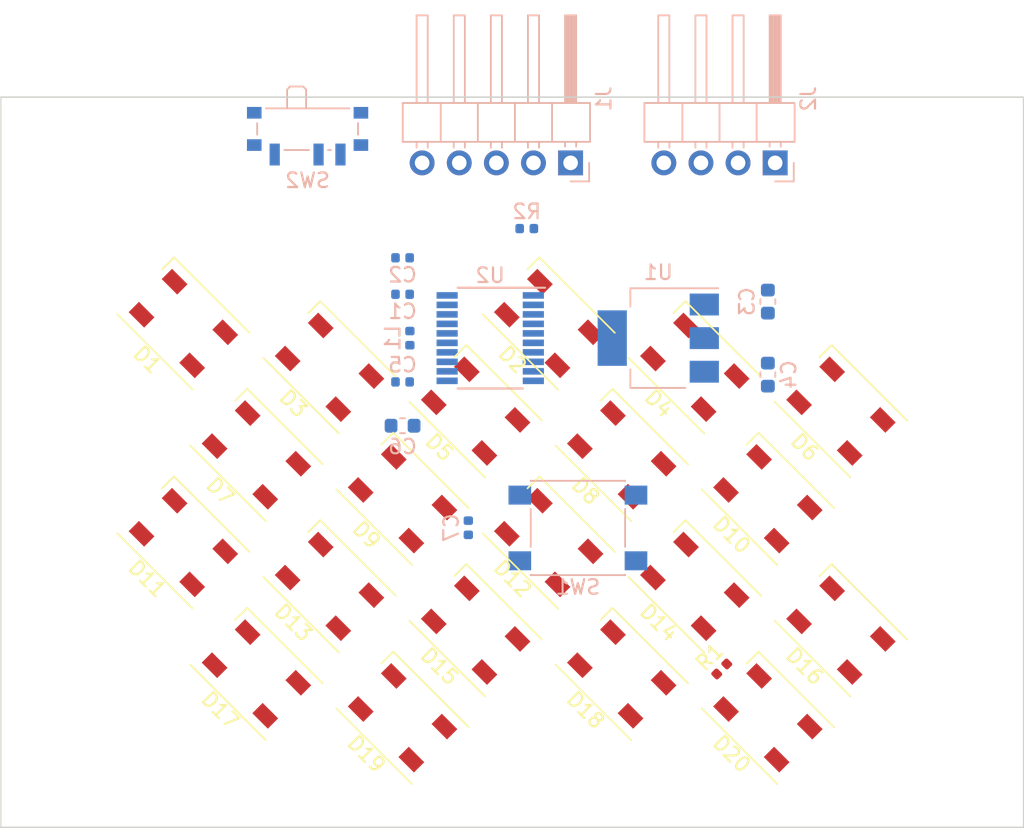
<source format=kicad_pcb>
(kicad_pcb (version 20171130) (host pcbnew 5.1.5)

  (general
    (thickness 1.6)
    (drawings 4)
    (tracks 0)
    (zones 0)
    (modules 36)
    (nets 35)
  )

  (page A4)
  (layers
    (0 F.Cu signal)
    (31 B.Cu signal)
    (32 B.Adhes user)
    (33 F.Adhes user)
    (34 B.Paste user)
    (35 F.Paste user)
    (36 B.SilkS user)
    (37 F.SilkS user)
    (38 B.Mask user)
    (39 F.Mask user)
    (40 Dwgs.User user)
    (41 Cmts.User user)
    (42 Eco1.User user)
    (43 Eco2.User user)
    (44 Edge.Cuts user)
    (45 Margin user)
    (46 B.CrtYd user)
    (47 F.CrtYd user)
    (48 B.Fab user)
    (49 F.Fab user)
  )

  (setup
    (last_trace_width 0.25)
    (trace_clearance 0.2)
    (zone_clearance 0.508)
    (zone_45_only no)
    (trace_min 0.2)
    (via_size 0.8)
    (via_drill 0.4)
    (via_min_size 0.4)
    (via_min_drill 0.3)
    (uvia_size 0.3)
    (uvia_drill 0.1)
    (uvias_allowed no)
    (uvia_min_size 0.2)
    (uvia_min_drill 0.1)
    (edge_width 0.05)
    (segment_width 0.2)
    (pcb_text_width 0.3)
    (pcb_text_size 1.5 1.5)
    (mod_edge_width 0.12)
    (mod_text_size 1 1)
    (mod_text_width 0.15)
    (pad_size 1.524 1.524)
    (pad_drill 0.762)
    (pad_to_mask_clearance 0.051)
    (solder_mask_min_width 0.25)
    (aux_axis_origin 0 0)
    (visible_elements FFFFFF7F)
    (pcbplotparams
      (layerselection 0x010fc_ffffffff)
      (usegerberextensions false)
      (usegerberattributes false)
      (usegerberadvancedattributes false)
      (creategerberjobfile false)
      (excludeedgelayer true)
      (linewidth 0.100000)
      (plotframeref false)
      (viasonmask false)
      (mode 1)
      (useauxorigin false)
      (hpglpennumber 1)
      (hpglpenspeed 20)
      (hpglpendiameter 15.000000)
      (psnegative false)
      (psa4output false)
      (plotreference true)
      (plotvalue true)
      (plotinvisibletext false)
      (padsonsilk false)
      (subtractmaskfromsilk false)
      (outputformat 1)
      (mirror false)
      (drillshape 1)
      (scaleselection 1)
      (outputdirectory ""))
  )

  (net 0 "")
  (net 1 GND)
  (net 2 +3.3VA)
  (net 3 +3V3)
  (net 4 +5V)
  (net 5 /CTS)
  (net 6 /TX)
  (net 7 /RX)
  (net 8 /RTS)
  (net 9 /SDA)
  (net 10 /SCL)
  (net 11 "Net-(D1-Pad4)")
  (net 12 "Net-(D2-Pad4)")
  (net 13 "Net-(D19-Pad4)")
  (net 14 "Net-(D3-Pad4)")
  (net 15 "Net-(D4-Pad4)")
  (net 16 "Net-(D5-Pad4)")
  (net 17 "Net-(D6-Pad4)")
  (net 18 "Net-(D7-Pad4)")
  (net 19 "Net-(D10-Pad2)")
  (net 20 "Net-(D10-Pad4)")
  (net 21 "Net-(D11-Pad4)")
  (net 22 "Net-(D12-Pad4)")
  (net 23 "Net-(D13-Pad4)")
  (net 24 "Net-(D14-Pad4)")
  (net 25 "Net-(D15-Pad4)")
  (net 26 "Net-(D16-Pad4)")
  (net 27 "Net-(D17-Pad4)")
  (net 28 "Net-(D18-Pad4)")
  (net 29 /digits/DATA_OUT)
  (net 30 /Dat_in)
  (net 31 "Net-(C7-Pad1)")
  (net 32 "Net-(D8-Pad4)")
  (net 33 "Net-(R2-Pad2)")
  (net 34 "Net-(R2-Pad1)")

  (net_class Default "Dies ist die voreingestellte Netzklasse."
    (clearance 0.2)
    (trace_width 0.25)
    (via_dia 0.8)
    (via_drill 0.4)
    (uvia_dia 0.3)
    (uvia_drill 0.1)
    (add_net +3.3VA)
    (add_net +3V3)
    (add_net +5V)
    (add_net /CTS)
    (add_net /Dat_in)
    (add_net /RTS)
    (add_net /RX)
    (add_net /SCL)
    (add_net /SDA)
    (add_net /TX)
    (add_net /digits/DATA_OUT)
    (add_net GND)
    (add_net "Net-(C7-Pad1)")
    (add_net "Net-(D1-Pad4)")
    (add_net "Net-(D10-Pad2)")
    (add_net "Net-(D10-Pad4)")
    (add_net "Net-(D11-Pad4)")
    (add_net "Net-(D12-Pad4)")
    (add_net "Net-(D13-Pad4)")
    (add_net "Net-(D14-Pad4)")
    (add_net "Net-(D15-Pad4)")
    (add_net "Net-(D16-Pad4)")
    (add_net "Net-(D17-Pad4)")
    (add_net "Net-(D18-Pad4)")
    (add_net "Net-(D19-Pad4)")
    (add_net "Net-(D2-Pad4)")
    (add_net "Net-(D3-Pad4)")
    (add_net "Net-(D4-Pad4)")
    (add_net "Net-(D5-Pad4)")
    (add_net "Net-(D6-Pad4)")
    (add_net "Net-(D7-Pad4)")
    (add_net "Net-(D8-Pad4)")
    (add_net "Net-(R2-Pad1)")
    (add_net "Net-(R2-Pad2)")
    (add_net "Net-(U2-Pad11)")
    (add_net "Net-(U2-Pad13)")
    (add_net "Net-(U2-Pad2)")
    (add_net "Net-(U2-Pad20)")
    (add_net "Net-(U2-Pad3)")
    (add_net "Net-(U2-Pad7)")
    (add_net "Net-(U2-Pad8)")
    (add_net "Net-(U2-Pad9)")
  )

  (module Resistor_SMD:R_0402_1005Metric (layer F.Cu) (tedit 5B301BBD) (tstamp 5E5750C8)
    (at 59.342947 49.157053 45)
    (descr "Resistor SMD 0402 (1005 Metric), square (rectangular) end terminal, IPC_7351 nominal, (Body size source: http://www.tortai-tech.com/upload/download/2011102023233369053.pdf), generated with kicad-footprint-generator")
    (tags resistor)
    (path /5E585311)
    (attr smd)
    (fp_text reference R1 (at 0 -1.17 45) (layer F.SilkS)
      (effects (font (size 1 1) (thickness 0.15)))
    )
    (fp_text value 10k (at 0 1.17 45) (layer F.Fab)
      (effects (font (size 1 1) (thickness 0.15)))
    )
    (fp_text user %R (at 0 0 45) (layer F.Fab)
      (effects (font (size 0.25 0.25) (thickness 0.04)))
    )
    (fp_line (start 0.93 0.47) (end -0.93 0.47) (layer F.CrtYd) (width 0.05))
    (fp_line (start 0.93 -0.47) (end 0.93 0.47) (layer F.CrtYd) (width 0.05))
    (fp_line (start -0.93 -0.47) (end 0.93 -0.47) (layer F.CrtYd) (width 0.05))
    (fp_line (start -0.93 0.47) (end -0.93 -0.47) (layer F.CrtYd) (width 0.05))
    (fp_line (start 0.5 0.25) (end -0.5 0.25) (layer F.Fab) (width 0.1))
    (fp_line (start 0.5 -0.25) (end 0.5 0.25) (layer F.Fab) (width 0.1))
    (fp_line (start -0.5 -0.25) (end 0.5 -0.25) (layer F.Fab) (width 0.1))
    (fp_line (start -0.5 0.25) (end -0.5 -0.25) (layer F.Fab) (width 0.1))
    (pad 2 smd roundrect (at 0.485 0 45) (size 0.59 0.64) (layers F.Cu F.Paste F.Mask) (roundrect_rratio 0.25)
      (net 1 GND))
    (pad 1 smd roundrect (at -0.485 0 45) (size 0.59 0.64) (layers F.Cu F.Paste F.Mask) (roundrect_rratio 0.25)
      (net 29 /digits/DATA_OUT))
    (model ${KISYS3DMOD}/Resistor_SMD.3dshapes/R_0402_1005Metric.wrl
      (at (xyz 0 0 0))
      (scale (xyz 1 1 1))
      (rotate (xyz 0 0 0))
    )
  )

  (module LED_SMD:LED_SK6812_PLCC4_5.0x5.0mm_P3.2mm (layer F.Cu) (tedit 5AA4B263) (tstamp 5E490588)
    (at 62.5 52.5 135)
    (descr https://cdn-shop.adafruit.com/product-files/1138/SK6812+LED+datasheet+.pdf)
    (tags "LED RGB NeoPixel")
    (path /5DC8AC6D/5DCB3735)
    (attr smd)
    (fp_text reference D20 (at 0 -3.5 135) (layer F.SilkS)
      (effects (font (size 1 1) (thickness 0.15)))
    )
    (fp_text value SK6812 (at 0 4 135) (layer F.Fab)
      (effects (font (size 1 1) (thickness 0.15)))
    )
    (fp_circle (center 0 0) (end 0 -2) (layer F.Fab) (width 0.1))
    (fp_line (start 3.65 2.75) (end 3.65 1.6) (layer F.SilkS) (width 0.12))
    (fp_line (start -3.65 2.75) (end 3.65 2.75) (layer F.SilkS) (width 0.12))
    (fp_line (start -3.65 -2.75) (end 3.65 -2.75) (layer F.SilkS) (width 0.12))
    (fp_line (start 2.5 -2.5) (end -2.5 -2.5) (layer F.Fab) (width 0.1))
    (fp_line (start 2.5 2.5) (end 2.5 -2.5) (layer F.Fab) (width 0.1))
    (fp_line (start -2.5 2.5) (end 2.5 2.5) (layer F.Fab) (width 0.1))
    (fp_line (start -2.5 -2.5) (end -2.5 2.5) (layer F.Fab) (width 0.1))
    (fp_line (start 2.5 1.5) (end 1.5 2.5) (layer F.Fab) (width 0.1))
    (fp_line (start -3.45 -2.75) (end -3.45 2.75) (layer F.CrtYd) (width 0.05))
    (fp_line (start -3.45 2.75) (end 3.45 2.75) (layer F.CrtYd) (width 0.05))
    (fp_line (start 3.45 2.75) (end 3.45 -2.75) (layer F.CrtYd) (width 0.05))
    (fp_line (start 3.45 -2.75) (end -3.45 -2.75) (layer F.CrtYd) (width 0.05))
    (fp_text user %R (at 0 0 135) (layer F.Fab)
      (effects (font (size 0.8 0.8) (thickness 0.15)))
    )
    (pad 3 smd rect (at -2.45 -1.6 135) (size 1.5 1) (layers F.Cu F.Paste F.Mask)
      (net 4 +5V))
    (pad 4 smd rect (at -2.45 1.6 135) (size 1.5 1) (layers F.Cu F.Paste F.Mask)
      (net 29 /digits/DATA_OUT))
    (pad 2 smd rect (at 2.45 -1.6 135) (size 1.5 1) (layers F.Cu F.Paste F.Mask)
      (net 13 "Net-(D19-Pad4)"))
    (pad 1 smd rect (at 2.45 1.6 135) (size 1.5 1) (layers F.Cu F.Paste F.Mask)
      (net 1 GND))
    (model ${KISYS3DMOD}/LED_SMD.3dshapes/LED_SK6812_PLCC4_5.0x5.0mm_P3.2mm.wrl
      (at (xyz 0 0 0))
      (scale (xyz 1 1 1))
      (rotate (xyz 0 0 0))
    )
  )

  (module LED_SMD:LED_SK6812_PLCC4_5.0x5.0mm_P3.2mm (layer F.Cu) (tedit 5AA4B263) (tstamp 5E490572)
    (at 62.5 37.5 135)
    (descr https://cdn-shop.adafruit.com/product-files/1138/SK6812+LED+datasheet+.pdf)
    (tags "LED RGB NeoPixel")
    (path /5DC8AC6D/5DC9D18D)
    (attr smd)
    (fp_text reference D10 (at 0 -3.5 135) (layer F.SilkS)
      (effects (font (size 1 1) (thickness 0.15)))
    )
    (fp_text value SK6812 (at 0 4 135) (layer F.Fab)
      (effects (font (size 1 1) (thickness 0.15)))
    )
    (fp_circle (center 0 0) (end 0 -2) (layer F.Fab) (width 0.1))
    (fp_line (start 3.65 2.75) (end 3.65 1.6) (layer F.SilkS) (width 0.12))
    (fp_line (start -3.65 2.75) (end 3.65 2.75) (layer F.SilkS) (width 0.12))
    (fp_line (start -3.65 -2.75) (end 3.65 -2.75) (layer F.SilkS) (width 0.12))
    (fp_line (start 2.5 -2.5) (end -2.5 -2.5) (layer F.Fab) (width 0.1))
    (fp_line (start 2.5 2.5) (end 2.5 -2.5) (layer F.Fab) (width 0.1))
    (fp_line (start -2.5 2.5) (end 2.5 2.5) (layer F.Fab) (width 0.1))
    (fp_line (start -2.5 -2.5) (end -2.5 2.5) (layer F.Fab) (width 0.1))
    (fp_line (start 2.5 1.5) (end 1.5 2.5) (layer F.Fab) (width 0.1))
    (fp_line (start -3.45 -2.75) (end -3.45 2.75) (layer F.CrtYd) (width 0.05))
    (fp_line (start -3.45 2.75) (end 3.45 2.75) (layer F.CrtYd) (width 0.05))
    (fp_line (start 3.45 2.75) (end 3.45 -2.75) (layer F.CrtYd) (width 0.05))
    (fp_line (start 3.45 -2.75) (end -3.45 -2.75) (layer F.CrtYd) (width 0.05))
    (fp_text user %R (at 0 0 135) (layer F.Fab)
      (effects (font (size 0.8 0.8) (thickness 0.15)))
    )
    (pad 3 smd rect (at -2.45 -1.6 135) (size 1.5 1) (layers F.Cu F.Paste F.Mask)
      (net 4 +5V))
    (pad 4 smd rect (at -2.45 1.6 135) (size 1.5 1) (layers F.Cu F.Paste F.Mask)
      (net 20 "Net-(D10-Pad4)"))
    (pad 2 smd rect (at 2.45 -1.6 135) (size 1.5 1) (layers F.Cu F.Paste F.Mask)
      (net 19 "Net-(D10-Pad2)"))
    (pad 1 smd rect (at 2.45 1.6 135) (size 1.5 1) (layers F.Cu F.Paste F.Mask)
      (net 1 GND))
    (model ${KISYS3DMOD}/LED_SMD.3dshapes/LED_SK6812_PLCC4_5.0x5.0mm_P3.2mm.wrl
      (at (xyz 0 0 0))
      (scale (xyz 1 1 1))
      (rotate (xyz 0 0 0))
    )
  )

  (module LED_SMD:LED_SK6812_PLCC4_5.0x5.0mm_P3.2mm (layer F.Cu) (tedit 5AA4B263) (tstamp 5E49055C)
    (at 37.5 52.5 135)
    (descr https://cdn-shop.adafruit.com/product-files/1138/SK6812+LED+datasheet+.pdf)
    (tags "LED RGB NeoPixel")
    (path /5DC8AC6D/5DCB372B)
    (attr smd)
    (fp_text reference D19 (at 0 -3.5 135) (layer F.SilkS)
      (effects (font (size 1 1) (thickness 0.15)))
    )
    (fp_text value SK6812 (at 0 4 135) (layer F.Fab)
      (effects (font (size 1 1) (thickness 0.15)))
    )
    (fp_circle (center 0 0) (end 0 -2) (layer F.Fab) (width 0.1))
    (fp_line (start 3.65 2.75) (end 3.65 1.6) (layer F.SilkS) (width 0.12))
    (fp_line (start -3.65 2.75) (end 3.65 2.75) (layer F.SilkS) (width 0.12))
    (fp_line (start -3.65 -2.75) (end 3.65 -2.75) (layer F.SilkS) (width 0.12))
    (fp_line (start 2.5 -2.5) (end -2.5 -2.5) (layer F.Fab) (width 0.1))
    (fp_line (start 2.5 2.5) (end 2.5 -2.5) (layer F.Fab) (width 0.1))
    (fp_line (start -2.5 2.5) (end 2.5 2.5) (layer F.Fab) (width 0.1))
    (fp_line (start -2.5 -2.5) (end -2.5 2.5) (layer F.Fab) (width 0.1))
    (fp_line (start 2.5 1.5) (end 1.5 2.5) (layer F.Fab) (width 0.1))
    (fp_line (start -3.45 -2.75) (end -3.45 2.75) (layer F.CrtYd) (width 0.05))
    (fp_line (start -3.45 2.75) (end 3.45 2.75) (layer F.CrtYd) (width 0.05))
    (fp_line (start 3.45 2.75) (end 3.45 -2.75) (layer F.CrtYd) (width 0.05))
    (fp_line (start 3.45 -2.75) (end -3.45 -2.75) (layer F.CrtYd) (width 0.05))
    (fp_text user %R (at 0 0 135) (layer F.Fab)
      (effects (font (size 0.8 0.8) (thickness 0.15)))
    )
    (pad 3 smd rect (at -2.45 -1.6 135) (size 1.5 1) (layers F.Cu F.Paste F.Mask)
      (net 4 +5V))
    (pad 4 smd rect (at -2.45 1.6 135) (size 1.5 1) (layers F.Cu F.Paste F.Mask)
      (net 13 "Net-(D19-Pad4)"))
    (pad 2 smd rect (at 2.45 -1.6 135) (size 1.5 1) (layers F.Cu F.Paste F.Mask)
      (net 28 "Net-(D18-Pad4)"))
    (pad 1 smd rect (at 2.45 1.6 135) (size 1.5 1) (layers F.Cu F.Paste F.Mask)
      (net 1 GND))
    (model ${KISYS3DMOD}/LED_SMD.3dshapes/LED_SK6812_PLCC4_5.0x5.0mm_P3.2mm.wrl
      (at (xyz 0 0 0))
      (scale (xyz 1 1 1))
      (rotate (xyz 0 0 0))
    )
  )

  (module LED_SMD:LED_SK6812_PLCC4_5.0x5.0mm_P3.2mm (layer F.Cu) (tedit 5AA4B263) (tstamp 5E490546)
    (at 37.5 37.5 135)
    (descr https://cdn-shop.adafruit.com/product-files/1138/SK6812+LED+datasheet+.pdf)
    (tags "LED RGB NeoPixel")
    (path /5DC8AC6D/5DC9D183)
    (attr smd)
    (fp_text reference D9 (at 0 -3.5 135) (layer F.SilkS)
      (effects (font (size 1 1) (thickness 0.15)))
    )
    (fp_text value SK6812 (at 0 4 135) (layer F.Fab)
      (effects (font (size 1 1) (thickness 0.15)))
    )
    (fp_circle (center 0 0) (end 0 -2) (layer F.Fab) (width 0.1))
    (fp_line (start 3.65 2.75) (end 3.65 1.6) (layer F.SilkS) (width 0.12))
    (fp_line (start -3.65 2.75) (end 3.65 2.75) (layer F.SilkS) (width 0.12))
    (fp_line (start -3.65 -2.75) (end 3.65 -2.75) (layer F.SilkS) (width 0.12))
    (fp_line (start 2.5 -2.5) (end -2.5 -2.5) (layer F.Fab) (width 0.1))
    (fp_line (start 2.5 2.5) (end 2.5 -2.5) (layer F.Fab) (width 0.1))
    (fp_line (start -2.5 2.5) (end 2.5 2.5) (layer F.Fab) (width 0.1))
    (fp_line (start -2.5 -2.5) (end -2.5 2.5) (layer F.Fab) (width 0.1))
    (fp_line (start 2.5 1.5) (end 1.5 2.5) (layer F.Fab) (width 0.1))
    (fp_line (start -3.45 -2.75) (end -3.45 2.75) (layer F.CrtYd) (width 0.05))
    (fp_line (start -3.45 2.75) (end 3.45 2.75) (layer F.CrtYd) (width 0.05))
    (fp_line (start 3.45 2.75) (end 3.45 -2.75) (layer F.CrtYd) (width 0.05))
    (fp_line (start 3.45 -2.75) (end -3.45 -2.75) (layer F.CrtYd) (width 0.05))
    (fp_text user %R (at 0 0 135) (layer F.Fab)
      (effects (font (size 0.8 0.8) (thickness 0.15)))
    )
    (pad 3 smd rect (at -2.45 -1.6 135) (size 1.5 1) (layers F.Cu F.Paste F.Mask)
      (net 4 +5V))
    (pad 4 smd rect (at -2.45 1.6 135) (size 1.5 1) (layers F.Cu F.Paste F.Mask)
      (net 19 "Net-(D10-Pad2)"))
    (pad 2 smd rect (at 2.45 -1.6 135) (size 1.5 1) (layers F.Cu F.Paste F.Mask)
      (net 32 "Net-(D8-Pad4)"))
    (pad 1 smd rect (at 2.45 1.6 135) (size 1.5 1) (layers F.Cu F.Paste F.Mask)
      (net 1 GND))
    (model ${KISYS3DMOD}/LED_SMD.3dshapes/LED_SK6812_PLCC4_5.0x5.0mm_P3.2mm.wrl
      (at (xyz 0 0 0))
      (scale (xyz 1 1 1))
      (rotate (xyz 0 0 0))
    )
  )

  (module LED_SMD:LED_SK6812_PLCC4_5.0x5.0mm_P3.2mm (layer F.Cu) (tedit 5AA4B263) (tstamp 5E490530)
    (at 52.5 49.5 135)
    (descr https://cdn-shop.adafruit.com/product-files/1138/SK6812+LED+datasheet+.pdf)
    (tags "LED RGB NeoPixel")
    (path /5DC8AC6D/5DCB3721)
    (attr smd)
    (fp_text reference D18 (at 0 -3.5 135) (layer F.SilkS)
      (effects (font (size 1 1) (thickness 0.15)))
    )
    (fp_text value SK6812 (at 0 4 135) (layer F.Fab)
      (effects (font (size 1 1) (thickness 0.15)))
    )
    (fp_circle (center 0 0) (end 0 -2) (layer F.Fab) (width 0.1))
    (fp_line (start 3.65 2.75) (end 3.65 1.6) (layer F.SilkS) (width 0.12))
    (fp_line (start -3.65 2.75) (end 3.65 2.75) (layer F.SilkS) (width 0.12))
    (fp_line (start -3.65 -2.75) (end 3.65 -2.75) (layer F.SilkS) (width 0.12))
    (fp_line (start 2.5 -2.5) (end -2.5 -2.5) (layer F.Fab) (width 0.1))
    (fp_line (start 2.5 2.5) (end 2.5 -2.5) (layer F.Fab) (width 0.1))
    (fp_line (start -2.5 2.5) (end 2.5 2.5) (layer F.Fab) (width 0.1))
    (fp_line (start -2.5 -2.5) (end -2.5 2.5) (layer F.Fab) (width 0.1))
    (fp_line (start 2.5 1.5) (end 1.5 2.5) (layer F.Fab) (width 0.1))
    (fp_line (start -3.45 -2.75) (end -3.45 2.75) (layer F.CrtYd) (width 0.05))
    (fp_line (start -3.45 2.75) (end 3.45 2.75) (layer F.CrtYd) (width 0.05))
    (fp_line (start 3.45 2.75) (end 3.45 -2.75) (layer F.CrtYd) (width 0.05))
    (fp_line (start 3.45 -2.75) (end -3.45 -2.75) (layer F.CrtYd) (width 0.05))
    (fp_text user %R (at 0 0 135) (layer F.Fab)
      (effects (font (size 0.8 0.8) (thickness 0.15)))
    )
    (pad 3 smd rect (at -2.45 -1.6 135) (size 1.5 1) (layers F.Cu F.Paste F.Mask)
      (net 4 +5V))
    (pad 4 smd rect (at -2.45 1.6 135) (size 1.5 1) (layers F.Cu F.Paste F.Mask)
      (net 28 "Net-(D18-Pad4)"))
    (pad 2 smd rect (at 2.45 -1.6 135) (size 1.5 1) (layers F.Cu F.Paste F.Mask)
      (net 27 "Net-(D17-Pad4)"))
    (pad 1 smd rect (at 2.45 1.6 135) (size 1.5 1) (layers F.Cu F.Paste F.Mask)
      (net 1 GND))
    (model ${KISYS3DMOD}/LED_SMD.3dshapes/LED_SK6812_PLCC4_5.0x5.0mm_P3.2mm.wrl
      (at (xyz 0 0 0))
      (scale (xyz 1 1 1))
      (rotate (xyz 0 0 0))
    )
  )

  (module LED_SMD:LED_SK6812_PLCC4_5.0x5.0mm_P3.2mm (layer F.Cu) (tedit 5AA4B263) (tstamp 5E49051A)
    (at 52.5 34.5 135)
    (descr https://cdn-shop.adafruit.com/product-files/1138/SK6812+LED+datasheet+.pdf)
    (tags "LED RGB NeoPixel")
    (path /5DC8AC6D/5DC9319D)
    (attr smd)
    (fp_text reference D8 (at 0 -3.5 135) (layer F.SilkS)
      (effects (font (size 1 1) (thickness 0.15)))
    )
    (fp_text value SK6812 (at 0 4 135) (layer F.Fab)
      (effects (font (size 1 1) (thickness 0.15)))
    )
    (fp_circle (center 0 0) (end 0 -2) (layer F.Fab) (width 0.1))
    (fp_line (start 3.65 2.75) (end 3.65 1.6) (layer F.SilkS) (width 0.12))
    (fp_line (start -3.65 2.75) (end 3.65 2.75) (layer F.SilkS) (width 0.12))
    (fp_line (start -3.65 -2.75) (end 3.65 -2.75) (layer F.SilkS) (width 0.12))
    (fp_line (start 2.5 -2.5) (end -2.5 -2.5) (layer F.Fab) (width 0.1))
    (fp_line (start 2.5 2.5) (end 2.5 -2.5) (layer F.Fab) (width 0.1))
    (fp_line (start -2.5 2.5) (end 2.5 2.5) (layer F.Fab) (width 0.1))
    (fp_line (start -2.5 -2.5) (end -2.5 2.5) (layer F.Fab) (width 0.1))
    (fp_line (start 2.5 1.5) (end 1.5 2.5) (layer F.Fab) (width 0.1))
    (fp_line (start -3.45 -2.75) (end -3.45 2.75) (layer F.CrtYd) (width 0.05))
    (fp_line (start -3.45 2.75) (end 3.45 2.75) (layer F.CrtYd) (width 0.05))
    (fp_line (start 3.45 2.75) (end 3.45 -2.75) (layer F.CrtYd) (width 0.05))
    (fp_line (start 3.45 -2.75) (end -3.45 -2.75) (layer F.CrtYd) (width 0.05))
    (fp_text user %R (at 0 0 135) (layer F.Fab)
      (effects (font (size 0.8 0.8) (thickness 0.15)))
    )
    (pad 3 smd rect (at -2.45 -1.6 135) (size 1.5 1) (layers F.Cu F.Paste F.Mask)
      (net 4 +5V))
    (pad 4 smd rect (at -2.45 1.6 135) (size 1.5 1) (layers F.Cu F.Paste F.Mask)
      (net 32 "Net-(D8-Pad4)"))
    (pad 2 smd rect (at 2.45 -1.6 135) (size 1.5 1) (layers F.Cu F.Paste F.Mask)
      (net 18 "Net-(D7-Pad4)"))
    (pad 1 smd rect (at 2.45 1.6 135) (size 1.5 1) (layers F.Cu F.Paste F.Mask)
      (net 1 GND))
    (model ${KISYS3DMOD}/LED_SMD.3dshapes/LED_SK6812_PLCC4_5.0x5.0mm_P3.2mm.wrl
      (at (xyz 0 0 0))
      (scale (xyz 1 1 1))
      (rotate (xyz 0 0 0))
    )
  )

  (module LED_SMD:LED_SK6812_PLCC4_5.0x5.0mm_P3.2mm (layer F.Cu) (tedit 5AA4B263) (tstamp 5E490504)
    (at 27.5 49.5 135)
    (descr https://cdn-shop.adafruit.com/product-files/1138/SK6812+LED+datasheet+.pdf)
    (tags "LED RGB NeoPixel")
    (path /5DC8AC6D/5DCB3717)
    (attr smd)
    (fp_text reference D17 (at 0 -3.5 135) (layer F.SilkS)
      (effects (font (size 1 1) (thickness 0.15)))
    )
    (fp_text value SK6812 (at 0 4 135) (layer F.Fab)
      (effects (font (size 1 1) (thickness 0.15)))
    )
    (fp_circle (center 0 0) (end 0 -2) (layer F.Fab) (width 0.1))
    (fp_line (start 3.65 2.75) (end 3.65 1.6) (layer F.SilkS) (width 0.12))
    (fp_line (start -3.65 2.75) (end 3.65 2.75) (layer F.SilkS) (width 0.12))
    (fp_line (start -3.65 -2.75) (end 3.65 -2.75) (layer F.SilkS) (width 0.12))
    (fp_line (start 2.5 -2.5) (end -2.5 -2.5) (layer F.Fab) (width 0.1))
    (fp_line (start 2.5 2.5) (end 2.5 -2.5) (layer F.Fab) (width 0.1))
    (fp_line (start -2.5 2.5) (end 2.5 2.5) (layer F.Fab) (width 0.1))
    (fp_line (start -2.5 -2.5) (end -2.5 2.5) (layer F.Fab) (width 0.1))
    (fp_line (start 2.5 1.5) (end 1.5 2.5) (layer F.Fab) (width 0.1))
    (fp_line (start -3.45 -2.75) (end -3.45 2.75) (layer F.CrtYd) (width 0.05))
    (fp_line (start -3.45 2.75) (end 3.45 2.75) (layer F.CrtYd) (width 0.05))
    (fp_line (start 3.45 2.75) (end 3.45 -2.75) (layer F.CrtYd) (width 0.05))
    (fp_line (start 3.45 -2.75) (end -3.45 -2.75) (layer F.CrtYd) (width 0.05))
    (fp_text user %R (at 0 0 135) (layer F.Fab)
      (effects (font (size 0.8 0.8) (thickness 0.15)))
    )
    (pad 3 smd rect (at -2.45 -1.6 135) (size 1.5 1) (layers F.Cu F.Paste F.Mask)
      (net 4 +5V))
    (pad 4 smd rect (at -2.45 1.6 135) (size 1.5 1) (layers F.Cu F.Paste F.Mask)
      (net 27 "Net-(D17-Pad4)"))
    (pad 2 smd rect (at 2.45 -1.6 135) (size 1.5 1) (layers F.Cu F.Paste F.Mask)
      (net 26 "Net-(D16-Pad4)"))
    (pad 1 smd rect (at 2.45 1.6 135) (size 1.5 1) (layers F.Cu F.Paste F.Mask)
      (net 1 GND))
    (model ${KISYS3DMOD}/LED_SMD.3dshapes/LED_SK6812_PLCC4_5.0x5.0mm_P3.2mm.wrl
      (at (xyz 0 0 0))
      (scale (xyz 1 1 1))
      (rotate (xyz 0 0 0))
    )
  )

  (module LED_SMD:LED_SK6812_PLCC4_5.0x5.0mm_P3.2mm (layer F.Cu) (tedit 5AA4B263) (tstamp 5E4904EE)
    (at 27.5 34.5 135)
    (descr https://cdn-shop.adafruit.com/product-files/1138/SK6812+LED+datasheet+.pdf)
    (tags "LED RGB NeoPixel")
    (path /5DC8AC6D/5DC93193)
    (attr smd)
    (fp_text reference D7 (at 0 -3.5 135) (layer F.SilkS)
      (effects (font (size 1 1) (thickness 0.15)))
    )
    (fp_text value SK6812 (at 0 4 135) (layer F.Fab)
      (effects (font (size 1 1) (thickness 0.15)))
    )
    (fp_circle (center 0 0) (end 0 -2) (layer F.Fab) (width 0.1))
    (fp_line (start 3.65 2.75) (end 3.65 1.6) (layer F.SilkS) (width 0.12))
    (fp_line (start -3.65 2.75) (end 3.65 2.75) (layer F.SilkS) (width 0.12))
    (fp_line (start -3.65 -2.75) (end 3.65 -2.75) (layer F.SilkS) (width 0.12))
    (fp_line (start 2.5 -2.5) (end -2.5 -2.5) (layer F.Fab) (width 0.1))
    (fp_line (start 2.5 2.5) (end 2.5 -2.5) (layer F.Fab) (width 0.1))
    (fp_line (start -2.5 2.5) (end 2.5 2.5) (layer F.Fab) (width 0.1))
    (fp_line (start -2.5 -2.5) (end -2.5 2.5) (layer F.Fab) (width 0.1))
    (fp_line (start 2.5 1.5) (end 1.5 2.5) (layer F.Fab) (width 0.1))
    (fp_line (start -3.45 -2.75) (end -3.45 2.75) (layer F.CrtYd) (width 0.05))
    (fp_line (start -3.45 2.75) (end 3.45 2.75) (layer F.CrtYd) (width 0.05))
    (fp_line (start 3.45 2.75) (end 3.45 -2.75) (layer F.CrtYd) (width 0.05))
    (fp_line (start 3.45 -2.75) (end -3.45 -2.75) (layer F.CrtYd) (width 0.05))
    (fp_text user %R (at 0 0 135) (layer F.Fab)
      (effects (font (size 0.8 0.8) (thickness 0.15)))
    )
    (pad 3 smd rect (at -2.45 -1.6 135) (size 1.5 1) (layers F.Cu F.Paste F.Mask)
      (net 4 +5V))
    (pad 4 smd rect (at -2.45 1.6 135) (size 1.5 1) (layers F.Cu F.Paste F.Mask)
      (net 18 "Net-(D7-Pad4)"))
    (pad 2 smd rect (at 2.45 -1.6 135) (size 1.5 1) (layers F.Cu F.Paste F.Mask)
      (net 17 "Net-(D6-Pad4)"))
    (pad 1 smd rect (at 2.45 1.6 135) (size 1.5 1) (layers F.Cu F.Paste F.Mask)
      (net 1 GND))
    (model ${KISYS3DMOD}/LED_SMD.3dshapes/LED_SK6812_PLCC4_5.0x5.0mm_P3.2mm.wrl
      (at (xyz 0 0 0))
      (scale (xyz 1 1 1))
      (rotate (xyz 0 0 0))
    )
  )

  (module LED_SMD:LED_SK6812_PLCC4_5.0x5.0mm_P3.2mm (layer F.Cu) (tedit 5AA4B263) (tstamp 5E4904D8)
    (at 67.5 46.5 135)
    (descr https://cdn-shop.adafruit.com/product-files/1138/SK6812+LED+datasheet+.pdf)
    (tags "LED RGB NeoPixel")
    (path /5DC8AC6D/5DCB370D)
    (attr smd)
    (fp_text reference D16 (at 0 -3.5 135) (layer F.SilkS)
      (effects (font (size 1 1) (thickness 0.15)))
    )
    (fp_text value SK6812 (at 0 4 135) (layer F.Fab)
      (effects (font (size 1 1) (thickness 0.15)))
    )
    (fp_circle (center 0 0) (end 0 -2) (layer F.Fab) (width 0.1))
    (fp_line (start 3.65 2.75) (end 3.65 1.6) (layer F.SilkS) (width 0.12))
    (fp_line (start -3.65 2.75) (end 3.65 2.75) (layer F.SilkS) (width 0.12))
    (fp_line (start -3.65 -2.75) (end 3.65 -2.75) (layer F.SilkS) (width 0.12))
    (fp_line (start 2.5 -2.5) (end -2.5 -2.5) (layer F.Fab) (width 0.1))
    (fp_line (start 2.5 2.5) (end 2.5 -2.5) (layer F.Fab) (width 0.1))
    (fp_line (start -2.5 2.5) (end 2.5 2.5) (layer F.Fab) (width 0.1))
    (fp_line (start -2.5 -2.5) (end -2.5 2.5) (layer F.Fab) (width 0.1))
    (fp_line (start 2.5 1.5) (end 1.5 2.5) (layer F.Fab) (width 0.1))
    (fp_line (start -3.45 -2.75) (end -3.45 2.75) (layer F.CrtYd) (width 0.05))
    (fp_line (start -3.45 2.75) (end 3.45 2.75) (layer F.CrtYd) (width 0.05))
    (fp_line (start 3.45 2.75) (end 3.45 -2.75) (layer F.CrtYd) (width 0.05))
    (fp_line (start 3.45 -2.75) (end -3.45 -2.75) (layer F.CrtYd) (width 0.05))
    (fp_text user %R (at 0 0 135) (layer F.Fab)
      (effects (font (size 0.8 0.8) (thickness 0.15)))
    )
    (pad 3 smd rect (at -2.45 -1.6 135) (size 1.5 1) (layers F.Cu F.Paste F.Mask)
      (net 4 +5V))
    (pad 4 smd rect (at -2.45 1.6 135) (size 1.5 1) (layers F.Cu F.Paste F.Mask)
      (net 26 "Net-(D16-Pad4)"))
    (pad 2 smd rect (at 2.45 -1.6 135) (size 1.5 1) (layers F.Cu F.Paste F.Mask)
      (net 25 "Net-(D15-Pad4)"))
    (pad 1 smd rect (at 2.45 1.6 135) (size 1.5 1) (layers F.Cu F.Paste F.Mask)
      (net 1 GND))
    (model ${KISYS3DMOD}/LED_SMD.3dshapes/LED_SK6812_PLCC4_5.0x5.0mm_P3.2mm.wrl
      (at (xyz 0 0 0))
      (scale (xyz 1 1 1))
      (rotate (xyz 0 0 0))
    )
  )

  (module LED_SMD:LED_SK6812_PLCC4_5.0x5.0mm_P3.2mm (layer F.Cu) (tedit 5AA4B263) (tstamp 5E4904C2)
    (at 67.5 31.5 135)
    (descr https://cdn-shop.adafruit.com/product-files/1138/SK6812+LED+datasheet+.pdf)
    (tags "LED RGB NeoPixel")
    (path /5DC8AC6D/5DC93189)
    (attr smd)
    (fp_text reference D6 (at 0 -3.5 135) (layer F.SilkS)
      (effects (font (size 1 1) (thickness 0.15)))
    )
    (fp_text value SK6812 (at 0 4 135) (layer F.Fab)
      (effects (font (size 1 1) (thickness 0.15)))
    )
    (fp_circle (center 0 0) (end 0 -2) (layer F.Fab) (width 0.1))
    (fp_line (start 3.65 2.75) (end 3.65 1.6) (layer F.SilkS) (width 0.12))
    (fp_line (start -3.65 2.75) (end 3.65 2.75) (layer F.SilkS) (width 0.12))
    (fp_line (start -3.65 -2.75) (end 3.65 -2.75) (layer F.SilkS) (width 0.12))
    (fp_line (start 2.5 -2.5) (end -2.5 -2.5) (layer F.Fab) (width 0.1))
    (fp_line (start 2.5 2.5) (end 2.5 -2.5) (layer F.Fab) (width 0.1))
    (fp_line (start -2.5 2.5) (end 2.5 2.5) (layer F.Fab) (width 0.1))
    (fp_line (start -2.5 -2.5) (end -2.5 2.5) (layer F.Fab) (width 0.1))
    (fp_line (start 2.5 1.5) (end 1.5 2.5) (layer F.Fab) (width 0.1))
    (fp_line (start -3.45 -2.75) (end -3.45 2.75) (layer F.CrtYd) (width 0.05))
    (fp_line (start -3.45 2.75) (end 3.45 2.75) (layer F.CrtYd) (width 0.05))
    (fp_line (start 3.45 2.75) (end 3.45 -2.75) (layer F.CrtYd) (width 0.05))
    (fp_line (start 3.45 -2.75) (end -3.45 -2.75) (layer F.CrtYd) (width 0.05))
    (fp_text user %R (at 0 0 135) (layer F.Fab)
      (effects (font (size 0.8 0.8) (thickness 0.15)))
    )
    (pad 3 smd rect (at -2.45 -1.6 135) (size 1.5 1) (layers F.Cu F.Paste F.Mask)
      (net 4 +5V))
    (pad 4 smd rect (at -2.45 1.6 135) (size 1.5 1) (layers F.Cu F.Paste F.Mask)
      (net 17 "Net-(D6-Pad4)"))
    (pad 2 smd rect (at 2.45 -1.6 135) (size 1.5 1) (layers F.Cu F.Paste F.Mask)
      (net 16 "Net-(D5-Pad4)"))
    (pad 1 smd rect (at 2.45 1.6 135) (size 1.5 1) (layers F.Cu F.Paste F.Mask)
      (net 1 GND))
    (model ${KISYS3DMOD}/LED_SMD.3dshapes/LED_SK6812_PLCC4_5.0x5.0mm_P3.2mm.wrl
      (at (xyz 0 0 0))
      (scale (xyz 1 1 1))
      (rotate (xyz 0 0 0))
    )
  )

  (module LED_SMD:LED_SK6812_PLCC4_5.0x5.0mm_P3.2mm (layer F.Cu) (tedit 5AA4B263) (tstamp 5E4904AC)
    (at 42.5 46.5 135)
    (descr https://cdn-shop.adafruit.com/product-files/1138/SK6812+LED+datasheet+.pdf)
    (tags "LED RGB NeoPixel")
    (path /5DC8AC6D/5DCB3703)
    (attr smd)
    (fp_text reference D15 (at 0 -3.5 135) (layer F.SilkS)
      (effects (font (size 1 1) (thickness 0.15)))
    )
    (fp_text value SK6812 (at 0 4 135) (layer F.Fab)
      (effects (font (size 1 1) (thickness 0.15)))
    )
    (fp_circle (center 0 0) (end 0 -2) (layer F.Fab) (width 0.1))
    (fp_line (start 3.65 2.75) (end 3.65 1.6) (layer F.SilkS) (width 0.12))
    (fp_line (start -3.65 2.75) (end 3.65 2.75) (layer F.SilkS) (width 0.12))
    (fp_line (start -3.65 -2.75) (end 3.65 -2.75) (layer F.SilkS) (width 0.12))
    (fp_line (start 2.5 -2.5) (end -2.5 -2.5) (layer F.Fab) (width 0.1))
    (fp_line (start 2.5 2.5) (end 2.5 -2.5) (layer F.Fab) (width 0.1))
    (fp_line (start -2.5 2.5) (end 2.5 2.5) (layer F.Fab) (width 0.1))
    (fp_line (start -2.5 -2.5) (end -2.5 2.5) (layer F.Fab) (width 0.1))
    (fp_line (start 2.5 1.5) (end 1.5 2.5) (layer F.Fab) (width 0.1))
    (fp_line (start -3.45 -2.75) (end -3.45 2.75) (layer F.CrtYd) (width 0.05))
    (fp_line (start -3.45 2.75) (end 3.45 2.75) (layer F.CrtYd) (width 0.05))
    (fp_line (start 3.45 2.75) (end 3.45 -2.75) (layer F.CrtYd) (width 0.05))
    (fp_line (start 3.45 -2.75) (end -3.45 -2.75) (layer F.CrtYd) (width 0.05))
    (fp_text user %R (at 0 0 135) (layer F.Fab)
      (effects (font (size 0.8 0.8) (thickness 0.15)))
    )
    (pad 3 smd rect (at -2.45 -1.6 135) (size 1.5 1) (layers F.Cu F.Paste F.Mask)
      (net 4 +5V))
    (pad 4 smd rect (at -2.45 1.6 135) (size 1.5 1) (layers F.Cu F.Paste F.Mask)
      (net 25 "Net-(D15-Pad4)"))
    (pad 2 smd rect (at 2.45 -1.6 135) (size 1.5 1) (layers F.Cu F.Paste F.Mask)
      (net 24 "Net-(D14-Pad4)"))
    (pad 1 smd rect (at 2.45 1.6 135) (size 1.5 1) (layers F.Cu F.Paste F.Mask)
      (net 1 GND))
    (model ${KISYS3DMOD}/LED_SMD.3dshapes/LED_SK6812_PLCC4_5.0x5.0mm_P3.2mm.wrl
      (at (xyz 0 0 0))
      (scale (xyz 1 1 1))
      (rotate (xyz 0 0 0))
    )
  )

  (module LED_SMD:LED_SK6812_PLCC4_5.0x5.0mm_P3.2mm (layer F.Cu) (tedit 5AA4B263) (tstamp 5E490496)
    (at 42.5 31.5 135)
    (descr https://cdn-shop.adafruit.com/product-files/1138/SK6812+LED+datasheet+.pdf)
    (tags "LED RGB NeoPixel")
    (path /5DC8AC6D/5DC9317F)
    (attr smd)
    (fp_text reference D5 (at 0 -3.5 135) (layer F.SilkS)
      (effects (font (size 1 1) (thickness 0.15)))
    )
    (fp_text value SK6812 (at 0 4 135) (layer F.Fab)
      (effects (font (size 1 1) (thickness 0.15)))
    )
    (fp_circle (center 0 0) (end 0 -2) (layer F.Fab) (width 0.1))
    (fp_line (start 3.65 2.75) (end 3.65 1.6) (layer F.SilkS) (width 0.12))
    (fp_line (start -3.65 2.75) (end 3.65 2.75) (layer F.SilkS) (width 0.12))
    (fp_line (start -3.65 -2.75) (end 3.65 -2.75) (layer F.SilkS) (width 0.12))
    (fp_line (start 2.5 -2.5) (end -2.5 -2.5) (layer F.Fab) (width 0.1))
    (fp_line (start 2.5 2.5) (end 2.5 -2.5) (layer F.Fab) (width 0.1))
    (fp_line (start -2.5 2.5) (end 2.5 2.5) (layer F.Fab) (width 0.1))
    (fp_line (start -2.5 -2.5) (end -2.5 2.5) (layer F.Fab) (width 0.1))
    (fp_line (start 2.5 1.5) (end 1.5 2.5) (layer F.Fab) (width 0.1))
    (fp_line (start -3.45 -2.75) (end -3.45 2.75) (layer F.CrtYd) (width 0.05))
    (fp_line (start -3.45 2.75) (end 3.45 2.75) (layer F.CrtYd) (width 0.05))
    (fp_line (start 3.45 2.75) (end 3.45 -2.75) (layer F.CrtYd) (width 0.05))
    (fp_line (start 3.45 -2.75) (end -3.45 -2.75) (layer F.CrtYd) (width 0.05))
    (fp_text user %R (at 0 0 135) (layer F.Fab)
      (effects (font (size 0.8 0.8) (thickness 0.15)))
    )
    (pad 3 smd rect (at -2.45 -1.6 135) (size 1.5 1) (layers F.Cu F.Paste F.Mask)
      (net 4 +5V))
    (pad 4 smd rect (at -2.45 1.6 135) (size 1.5 1) (layers F.Cu F.Paste F.Mask)
      (net 16 "Net-(D5-Pad4)"))
    (pad 2 smd rect (at 2.45 -1.6 135) (size 1.5 1) (layers F.Cu F.Paste F.Mask)
      (net 15 "Net-(D4-Pad4)"))
    (pad 1 smd rect (at 2.45 1.6 135) (size 1.5 1) (layers F.Cu F.Paste F.Mask)
      (net 1 GND))
    (model ${KISYS3DMOD}/LED_SMD.3dshapes/LED_SK6812_PLCC4_5.0x5.0mm_P3.2mm.wrl
      (at (xyz 0 0 0))
      (scale (xyz 1 1 1))
      (rotate (xyz 0 0 0))
    )
  )

  (module LED_SMD:LED_SK6812_PLCC4_5.0x5.0mm_P3.2mm (layer F.Cu) (tedit 5AA4B263) (tstamp 5E490480)
    (at 57.5 43.5 135)
    (descr https://cdn-shop.adafruit.com/product-files/1138/SK6812+LED+datasheet+.pdf)
    (tags "LED RGB NeoPixel")
    (path /5DC8AC6D/5DCB36F9)
    (attr smd)
    (fp_text reference D14 (at 0 -3.5 135) (layer F.SilkS)
      (effects (font (size 1 1) (thickness 0.15)))
    )
    (fp_text value SK6812 (at 0 4 135) (layer F.Fab)
      (effects (font (size 1 1) (thickness 0.15)))
    )
    (fp_circle (center 0 0) (end 0 -2) (layer F.Fab) (width 0.1))
    (fp_line (start 3.65 2.75) (end 3.65 1.6) (layer F.SilkS) (width 0.12))
    (fp_line (start -3.65 2.75) (end 3.65 2.75) (layer F.SilkS) (width 0.12))
    (fp_line (start -3.65 -2.75) (end 3.65 -2.75) (layer F.SilkS) (width 0.12))
    (fp_line (start 2.5 -2.5) (end -2.5 -2.5) (layer F.Fab) (width 0.1))
    (fp_line (start 2.5 2.5) (end 2.5 -2.5) (layer F.Fab) (width 0.1))
    (fp_line (start -2.5 2.5) (end 2.5 2.5) (layer F.Fab) (width 0.1))
    (fp_line (start -2.5 -2.5) (end -2.5 2.5) (layer F.Fab) (width 0.1))
    (fp_line (start 2.5 1.5) (end 1.5 2.5) (layer F.Fab) (width 0.1))
    (fp_line (start -3.45 -2.75) (end -3.45 2.75) (layer F.CrtYd) (width 0.05))
    (fp_line (start -3.45 2.75) (end 3.45 2.75) (layer F.CrtYd) (width 0.05))
    (fp_line (start 3.45 2.75) (end 3.45 -2.75) (layer F.CrtYd) (width 0.05))
    (fp_line (start 3.45 -2.75) (end -3.45 -2.75) (layer F.CrtYd) (width 0.05))
    (fp_text user %R (at 0 0 135) (layer F.Fab)
      (effects (font (size 0.8 0.8) (thickness 0.15)))
    )
    (pad 3 smd rect (at -2.45 -1.6 135) (size 1.5 1) (layers F.Cu F.Paste F.Mask)
      (net 4 +5V))
    (pad 4 smd rect (at -2.45 1.6 135) (size 1.5 1) (layers F.Cu F.Paste F.Mask)
      (net 24 "Net-(D14-Pad4)"))
    (pad 2 smd rect (at 2.45 -1.6 135) (size 1.5 1) (layers F.Cu F.Paste F.Mask)
      (net 23 "Net-(D13-Pad4)"))
    (pad 1 smd rect (at 2.45 1.6 135) (size 1.5 1) (layers F.Cu F.Paste F.Mask)
      (net 1 GND))
    (model ${KISYS3DMOD}/LED_SMD.3dshapes/LED_SK6812_PLCC4_5.0x5.0mm_P3.2mm.wrl
      (at (xyz 0 0 0))
      (scale (xyz 1 1 1))
      (rotate (xyz 0 0 0))
    )
  )

  (module LED_SMD:LED_SK6812_PLCC4_5.0x5.0mm_P3.2mm (layer F.Cu) (tedit 5AA4B263) (tstamp 5E49046A)
    (at 57.5 28.5 135)
    (descr https://cdn-shop.adafruit.com/product-files/1138/SK6812+LED+datasheet+.pdf)
    (tags "LED RGB NeoPixel")
    (path /5DC8AC6D/5DC8D819)
    (attr smd)
    (fp_text reference D4 (at 0 -3.5 135) (layer F.SilkS)
      (effects (font (size 1 1) (thickness 0.15)))
    )
    (fp_text value SK6812 (at 0 4 135) (layer F.Fab)
      (effects (font (size 1 1) (thickness 0.15)))
    )
    (fp_circle (center 0 0) (end 0 -2) (layer F.Fab) (width 0.1))
    (fp_line (start 3.65 2.75) (end 3.65 1.6) (layer F.SilkS) (width 0.12))
    (fp_line (start -3.65 2.75) (end 3.65 2.75) (layer F.SilkS) (width 0.12))
    (fp_line (start -3.65 -2.75) (end 3.65 -2.75) (layer F.SilkS) (width 0.12))
    (fp_line (start 2.5 -2.5) (end -2.5 -2.5) (layer F.Fab) (width 0.1))
    (fp_line (start 2.5 2.5) (end 2.5 -2.5) (layer F.Fab) (width 0.1))
    (fp_line (start -2.5 2.5) (end 2.5 2.5) (layer F.Fab) (width 0.1))
    (fp_line (start -2.5 -2.5) (end -2.5 2.5) (layer F.Fab) (width 0.1))
    (fp_line (start 2.5 1.5) (end 1.5 2.5) (layer F.Fab) (width 0.1))
    (fp_line (start -3.45 -2.75) (end -3.45 2.75) (layer F.CrtYd) (width 0.05))
    (fp_line (start -3.45 2.75) (end 3.45 2.75) (layer F.CrtYd) (width 0.05))
    (fp_line (start 3.45 2.75) (end 3.45 -2.75) (layer F.CrtYd) (width 0.05))
    (fp_line (start 3.45 -2.75) (end -3.45 -2.75) (layer F.CrtYd) (width 0.05))
    (fp_text user %R (at 0 0 135) (layer F.Fab)
      (effects (font (size 0.8 0.8) (thickness 0.15)))
    )
    (pad 3 smd rect (at -2.45 -1.6 135) (size 1.5 1) (layers F.Cu F.Paste F.Mask)
      (net 4 +5V))
    (pad 4 smd rect (at -2.45 1.6 135) (size 1.5 1) (layers F.Cu F.Paste F.Mask)
      (net 15 "Net-(D4-Pad4)"))
    (pad 2 smd rect (at 2.45 -1.6 135) (size 1.5 1) (layers F.Cu F.Paste F.Mask)
      (net 14 "Net-(D3-Pad4)"))
    (pad 1 smd rect (at 2.45 1.6 135) (size 1.5 1) (layers F.Cu F.Paste F.Mask)
      (net 1 GND))
    (model ${KISYS3DMOD}/LED_SMD.3dshapes/LED_SK6812_PLCC4_5.0x5.0mm_P3.2mm.wrl
      (at (xyz 0 0 0))
      (scale (xyz 1 1 1))
      (rotate (xyz 0 0 0))
    )
  )

  (module LED_SMD:LED_SK6812_PLCC4_5.0x5.0mm_P3.2mm (layer F.Cu) (tedit 5AA4B263) (tstamp 5E490454)
    (at 32.5 43.5 135)
    (descr https://cdn-shop.adafruit.com/product-files/1138/SK6812+LED+datasheet+.pdf)
    (tags "LED RGB NeoPixel")
    (path /5DC8AC6D/5DCB36EF)
    (attr smd)
    (fp_text reference D13 (at 0 -3.5 135) (layer F.SilkS)
      (effects (font (size 1 1) (thickness 0.15)))
    )
    (fp_text value SK6812 (at 0 4 135) (layer F.Fab)
      (effects (font (size 1 1) (thickness 0.15)))
    )
    (fp_circle (center 0 0) (end 0 -2) (layer F.Fab) (width 0.1))
    (fp_line (start 3.65 2.75) (end 3.65 1.6) (layer F.SilkS) (width 0.12))
    (fp_line (start -3.65 2.75) (end 3.65 2.75) (layer F.SilkS) (width 0.12))
    (fp_line (start -3.65 -2.75) (end 3.65 -2.75) (layer F.SilkS) (width 0.12))
    (fp_line (start 2.5 -2.5) (end -2.5 -2.5) (layer F.Fab) (width 0.1))
    (fp_line (start 2.5 2.5) (end 2.5 -2.5) (layer F.Fab) (width 0.1))
    (fp_line (start -2.5 2.5) (end 2.5 2.5) (layer F.Fab) (width 0.1))
    (fp_line (start -2.5 -2.5) (end -2.5 2.5) (layer F.Fab) (width 0.1))
    (fp_line (start 2.5 1.5) (end 1.5 2.5) (layer F.Fab) (width 0.1))
    (fp_line (start -3.45 -2.75) (end -3.45 2.75) (layer F.CrtYd) (width 0.05))
    (fp_line (start -3.45 2.75) (end 3.45 2.75) (layer F.CrtYd) (width 0.05))
    (fp_line (start 3.45 2.75) (end 3.45 -2.75) (layer F.CrtYd) (width 0.05))
    (fp_line (start 3.45 -2.75) (end -3.45 -2.75) (layer F.CrtYd) (width 0.05))
    (fp_text user %R (at 0 0 135) (layer F.Fab)
      (effects (font (size 0.8 0.8) (thickness 0.15)))
    )
    (pad 3 smd rect (at -2.45 -1.6 135) (size 1.5 1) (layers F.Cu F.Paste F.Mask)
      (net 4 +5V))
    (pad 4 smd rect (at -2.45 1.6 135) (size 1.5 1) (layers F.Cu F.Paste F.Mask)
      (net 23 "Net-(D13-Pad4)"))
    (pad 2 smd rect (at 2.45 -1.6 135) (size 1.5 1) (layers F.Cu F.Paste F.Mask)
      (net 22 "Net-(D12-Pad4)"))
    (pad 1 smd rect (at 2.45 1.6 135) (size 1.5 1) (layers F.Cu F.Paste F.Mask)
      (net 1 GND))
    (model ${KISYS3DMOD}/LED_SMD.3dshapes/LED_SK6812_PLCC4_5.0x5.0mm_P3.2mm.wrl
      (at (xyz 0 0 0))
      (scale (xyz 1 1 1))
      (rotate (xyz 0 0 0))
    )
  )

  (module LED_SMD:LED_SK6812_PLCC4_5.0x5.0mm_P3.2mm (layer F.Cu) (tedit 5AA4B263) (tstamp 5E57C89E)
    (at 32.5 28.5 135)
    (descr https://cdn-shop.adafruit.com/product-files/1138/SK6812+LED+datasheet+.pdf)
    (tags "LED RGB NeoPixel")
    (path /5DC8AC6D/5DC8D80F)
    (attr smd)
    (fp_text reference D3 (at 0 -3.5 135) (layer F.SilkS)
      (effects (font (size 1 1) (thickness 0.15)))
    )
    (fp_text value SK6812 (at 0 4 135) (layer F.Fab)
      (effects (font (size 1 1) (thickness 0.15)))
    )
    (fp_circle (center 0 0) (end 0 -2) (layer F.Fab) (width 0.1))
    (fp_line (start 3.65 2.75) (end 3.65 1.6) (layer F.SilkS) (width 0.12))
    (fp_line (start -3.65 2.75) (end 3.65 2.75) (layer F.SilkS) (width 0.12))
    (fp_line (start -3.65 -2.75) (end 3.65 -2.75) (layer F.SilkS) (width 0.12))
    (fp_line (start 2.5 -2.5) (end -2.5 -2.5) (layer F.Fab) (width 0.1))
    (fp_line (start 2.5 2.5) (end 2.5 -2.5) (layer F.Fab) (width 0.1))
    (fp_line (start -2.5 2.5) (end 2.5 2.5) (layer F.Fab) (width 0.1))
    (fp_line (start -2.5 -2.5) (end -2.5 2.5) (layer F.Fab) (width 0.1))
    (fp_line (start 2.5 1.5) (end 1.5 2.5) (layer F.Fab) (width 0.1))
    (fp_line (start -3.45 -2.75) (end -3.45 2.75) (layer F.CrtYd) (width 0.05))
    (fp_line (start -3.45 2.75) (end 3.45 2.75) (layer F.CrtYd) (width 0.05))
    (fp_line (start 3.45 2.75) (end 3.45 -2.75) (layer F.CrtYd) (width 0.05))
    (fp_line (start 3.45 -2.75) (end -3.45 -2.75) (layer F.CrtYd) (width 0.05))
    (fp_text user %R (at 0 0 135) (layer F.Fab)
      (effects (font (size 0.8 0.8) (thickness 0.15)))
    )
    (pad 3 smd rect (at -2.45 -1.6 135) (size 1.5 1) (layers F.Cu F.Paste F.Mask)
      (net 4 +5V))
    (pad 4 smd rect (at -2.45 1.6 135) (size 1.5 1) (layers F.Cu F.Paste F.Mask)
      (net 14 "Net-(D3-Pad4)"))
    (pad 2 smd rect (at 2.45 -1.6 135) (size 1.5 1) (layers F.Cu F.Paste F.Mask)
      (net 12 "Net-(D2-Pad4)"))
    (pad 1 smd rect (at 2.45 1.6 135) (size 1.5 1) (layers F.Cu F.Paste F.Mask)
      (net 1 GND))
    (model ${KISYS3DMOD}/LED_SMD.3dshapes/LED_SK6812_PLCC4_5.0x5.0mm_P3.2mm.wrl
      (at (xyz 0 0 0))
      (scale (xyz 1 1 1))
      (rotate (xyz 0 0 0))
    )
  )

  (module LED_SMD:LED_SK6812_PLCC4_5.0x5.0mm_P3.2mm (layer F.Cu) (tedit 5AA4B263) (tstamp 5E490428)
    (at 47.5 40.5 135)
    (descr https://cdn-shop.adafruit.com/product-files/1138/SK6812+LED+datasheet+.pdf)
    (tags "LED RGB NeoPixel")
    (path /5DC8AC6D/5DCB36E5)
    (attr smd)
    (fp_text reference D12 (at 0 -3.5 135) (layer F.SilkS)
      (effects (font (size 1 1) (thickness 0.15)))
    )
    (fp_text value SK6812 (at 0 4 135) (layer F.Fab)
      (effects (font (size 1 1) (thickness 0.15)))
    )
    (fp_circle (center 0 0) (end 0 -2) (layer F.Fab) (width 0.1))
    (fp_line (start 3.65 2.75) (end 3.65 1.6) (layer F.SilkS) (width 0.12))
    (fp_line (start -3.65 2.75) (end 3.65 2.75) (layer F.SilkS) (width 0.12))
    (fp_line (start -3.65 -2.75) (end 3.65 -2.75) (layer F.SilkS) (width 0.12))
    (fp_line (start 2.5 -2.5) (end -2.5 -2.5) (layer F.Fab) (width 0.1))
    (fp_line (start 2.5 2.5) (end 2.5 -2.5) (layer F.Fab) (width 0.1))
    (fp_line (start -2.5 2.5) (end 2.5 2.5) (layer F.Fab) (width 0.1))
    (fp_line (start -2.5 -2.5) (end -2.5 2.5) (layer F.Fab) (width 0.1))
    (fp_line (start 2.5 1.5) (end 1.5 2.5) (layer F.Fab) (width 0.1))
    (fp_line (start -3.45 -2.75) (end -3.45 2.75) (layer F.CrtYd) (width 0.05))
    (fp_line (start -3.45 2.75) (end 3.45 2.75) (layer F.CrtYd) (width 0.05))
    (fp_line (start 3.45 2.75) (end 3.45 -2.75) (layer F.CrtYd) (width 0.05))
    (fp_line (start 3.45 -2.75) (end -3.45 -2.75) (layer F.CrtYd) (width 0.05))
    (fp_text user %R (at 0 0 135) (layer F.Fab)
      (effects (font (size 0.8 0.8) (thickness 0.15)))
    )
    (pad 3 smd rect (at -2.45 -1.6 135) (size 1.5 1) (layers F.Cu F.Paste F.Mask)
      (net 4 +5V))
    (pad 4 smd rect (at -2.45 1.6 135) (size 1.5 1) (layers F.Cu F.Paste F.Mask)
      (net 22 "Net-(D12-Pad4)"))
    (pad 2 smd rect (at 2.45 -1.6 135) (size 1.5 1) (layers F.Cu F.Paste F.Mask)
      (net 21 "Net-(D11-Pad4)"))
    (pad 1 smd rect (at 2.45 1.6 135) (size 1.5 1) (layers F.Cu F.Paste F.Mask)
      (net 1 GND))
    (model ${KISYS3DMOD}/LED_SMD.3dshapes/LED_SK6812_PLCC4_5.0x5.0mm_P3.2mm.wrl
      (at (xyz 0 0 0))
      (scale (xyz 1 1 1))
      (rotate (xyz 0 0 0))
    )
  )

  (module LED_SMD:LED_SK6812_PLCC4_5.0x5.0mm_P3.2mm (layer F.Cu) (tedit 5AA4B263) (tstamp 5E490412)
    (at 47.5 25.5 135)
    (descr https://cdn-shop.adafruit.com/product-files/1138/SK6812+LED+datasheet+.pdf)
    (tags "LED RGB NeoPixel")
    (path /5DC8AC6D/5DC8C574)
    (attr smd)
    (fp_text reference D2 (at 0 -3.5 135) (layer F.SilkS)
      (effects (font (size 1 1) (thickness 0.15)))
    )
    (fp_text value SK6812 (at 0 4 135) (layer F.Fab)
      (effects (font (size 1 1) (thickness 0.15)))
    )
    (fp_circle (center 0 0) (end 0 -2) (layer F.Fab) (width 0.1))
    (fp_line (start 3.65 2.75) (end 3.65 1.6) (layer F.SilkS) (width 0.12))
    (fp_line (start -3.65 2.75) (end 3.65 2.75) (layer F.SilkS) (width 0.12))
    (fp_line (start -3.65 -2.75) (end 3.65 -2.75) (layer F.SilkS) (width 0.12))
    (fp_line (start 2.5 -2.5) (end -2.5 -2.5) (layer F.Fab) (width 0.1))
    (fp_line (start 2.5 2.5) (end 2.5 -2.5) (layer F.Fab) (width 0.1))
    (fp_line (start -2.5 2.5) (end 2.5 2.5) (layer F.Fab) (width 0.1))
    (fp_line (start -2.5 -2.5) (end -2.5 2.5) (layer F.Fab) (width 0.1))
    (fp_line (start 2.5 1.5) (end 1.5 2.5) (layer F.Fab) (width 0.1))
    (fp_line (start -3.45 -2.75) (end -3.45 2.75) (layer F.CrtYd) (width 0.05))
    (fp_line (start -3.45 2.75) (end 3.45 2.75) (layer F.CrtYd) (width 0.05))
    (fp_line (start 3.45 2.75) (end 3.45 -2.75) (layer F.CrtYd) (width 0.05))
    (fp_line (start 3.45 -2.75) (end -3.45 -2.75) (layer F.CrtYd) (width 0.05))
    (fp_text user %R (at 0 0 135) (layer F.Fab)
      (effects (font (size 0.8 0.8) (thickness 0.15)))
    )
    (pad 3 smd rect (at -2.45 -1.6 135) (size 1.5 1) (layers F.Cu F.Paste F.Mask)
      (net 4 +5V))
    (pad 4 smd rect (at -2.45 1.6 135) (size 1.5 1) (layers F.Cu F.Paste F.Mask)
      (net 12 "Net-(D2-Pad4)"))
    (pad 2 smd rect (at 2.45 -1.6 135) (size 1.5 1) (layers F.Cu F.Paste F.Mask)
      (net 11 "Net-(D1-Pad4)"))
    (pad 1 smd rect (at 2.45 1.6 135) (size 1.5 1) (layers F.Cu F.Paste F.Mask)
      (net 1 GND))
    (model ${KISYS3DMOD}/LED_SMD.3dshapes/LED_SK6812_PLCC4_5.0x5.0mm_P3.2mm.wrl
      (at (xyz 0 0 0))
      (scale (xyz 1 1 1))
      (rotate (xyz 0 0 0))
    )
  )

  (module LED_SMD:LED_SK6812_PLCC4_5.0x5.0mm_P3.2mm (layer F.Cu) (tedit 5AA4B263) (tstamp 5E57C18B)
    (at 22.5 40.5 135)
    (descr https://cdn-shop.adafruit.com/product-files/1138/SK6812+LED+datasheet+.pdf)
    (tags "LED RGB NeoPixel")
    (path /5DC8AC6D/5DCB36DB)
    (attr smd)
    (fp_text reference D11 (at 0 -3.5 135) (layer F.SilkS)
      (effects (font (size 1 1) (thickness 0.15)))
    )
    (fp_text value SK6812 (at 0 4 135) (layer F.Fab)
      (effects (font (size 1 1) (thickness 0.15)))
    )
    (fp_circle (center 0 0) (end 0 -2) (layer F.Fab) (width 0.1))
    (fp_line (start 3.65 2.75) (end 3.65 1.6) (layer F.SilkS) (width 0.12))
    (fp_line (start -3.65 2.75) (end 3.65 2.75) (layer F.SilkS) (width 0.12))
    (fp_line (start -3.65 -2.75) (end 3.65 -2.75) (layer F.SilkS) (width 0.12))
    (fp_line (start 2.5 -2.5) (end -2.5 -2.5) (layer F.Fab) (width 0.1))
    (fp_line (start 2.5 2.5) (end 2.5 -2.5) (layer F.Fab) (width 0.1))
    (fp_line (start -2.5 2.5) (end 2.5 2.5) (layer F.Fab) (width 0.1))
    (fp_line (start -2.5 -2.5) (end -2.5 2.5) (layer F.Fab) (width 0.1))
    (fp_line (start 2.5 1.5) (end 1.5 2.5) (layer F.Fab) (width 0.1))
    (fp_line (start -3.45 -2.75) (end -3.45 2.75) (layer F.CrtYd) (width 0.05))
    (fp_line (start -3.45 2.75) (end 3.45 2.75) (layer F.CrtYd) (width 0.05))
    (fp_line (start 3.45 2.75) (end 3.45 -2.75) (layer F.CrtYd) (width 0.05))
    (fp_line (start 3.45 -2.75) (end -3.45 -2.75) (layer F.CrtYd) (width 0.05))
    (fp_text user %R (at 0 0 135) (layer F.Fab)
      (effects (font (size 0.8 0.8) (thickness 0.15)))
    )
    (pad 3 smd rect (at -2.45 -1.6 135) (size 1.5 1) (layers F.Cu F.Paste F.Mask)
      (net 4 +5V))
    (pad 4 smd rect (at -2.45 1.6 135) (size 1.5 1) (layers F.Cu F.Paste F.Mask)
      (net 21 "Net-(D11-Pad4)"))
    (pad 2 smd rect (at 2.45 -1.6 135) (size 1.5 1) (layers F.Cu F.Paste F.Mask)
      (net 20 "Net-(D10-Pad4)"))
    (pad 1 smd rect (at 2.45 1.6 135) (size 1.5 1) (layers F.Cu F.Paste F.Mask)
      (net 1 GND))
    (model ${KISYS3DMOD}/LED_SMD.3dshapes/LED_SK6812_PLCC4_5.0x5.0mm_P3.2mm.wrl
      (at (xyz 0 0 0))
      (scale (xyz 1 1 1))
      (rotate (xyz 0 0 0))
    )
  )

  (module LED_SMD:LED_SK6812_PLCC4_5.0x5.0mm_P3.2mm (layer F.Cu) (tedit 5AA4B263) (tstamp 5E4903E6)
    (at 22.5 25.5 135)
    (descr https://cdn-shop.adafruit.com/product-files/1138/SK6812+LED+datasheet+.pdf)
    (tags "LED RGB NeoPixel")
    (path /5DC8AC6D/5DC8AD12)
    (attr smd)
    (fp_text reference D1 (at 0 -3.5 135) (layer F.SilkS)
      (effects (font (size 1 1) (thickness 0.15)))
    )
    (fp_text value SK6812 (at 0 4 135) (layer F.Fab)
      (effects (font (size 1 1) (thickness 0.15)))
    )
    (fp_circle (center 0 0) (end 0 -2) (layer F.Fab) (width 0.1))
    (fp_line (start 3.65 2.75) (end 3.65 1.6) (layer F.SilkS) (width 0.12))
    (fp_line (start -3.65 2.75) (end 3.65 2.75) (layer F.SilkS) (width 0.12))
    (fp_line (start -3.65 -2.75) (end 3.65 -2.75) (layer F.SilkS) (width 0.12))
    (fp_line (start 2.5 -2.5) (end -2.5 -2.5) (layer F.Fab) (width 0.1))
    (fp_line (start 2.5 2.5) (end 2.5 -2.5) (layer F.Fab) (width 0.1))
    (fp_line (start -2.5 2.5) (end 2.5 2.5) (layer F.Fab) (width 0.1))
    (fp_line (start -2.5 -2.5) (end -2.5 2.5) (layer F.Fab) (width 0.1))
    (fp_line (start 2.5 1.5) (end 1.5 2.5) (layer F.Fab) (width 0.1))
    (fp_line (start -3.45 -2.75) (end -3.45 2.75) (layer F.CrtYd) (width 0.05))
    (fp_line (start -3.45 2.75) (end 3.45 2.75) (layer F.CrtYd) (width 0.05))
    (fp_line (start 3.45 2.75) (end 3.45 -2.75) (layer F.CrtYd) (width 0.05))
    (fp_line (start 3.45 -2.75) (end -3.45 -2.75) (layer F.CrtYd) (width 0.05))
    (fp_text user %R (at 0 0 135) (layer F.Fab)
      (effects (font (size 0.8 0.8) (thickness 0.15)))
    )
    (pad 3 smd rect (at -2.45 -1.6 135) (size 1.5 1) (layers F.Cu F.Paste F.Mask)
      (net 4 +5V))
    (pad 4 smd rect (at -2.45 1.6 135) (size 1.5 1) (layers F.Cu F.Paste F.Mask)
      (net 11 "Net-(D1-Pad4)"))
    (pad 2 smd rect (at 2.45 -1.6 135) (size 1.5 1) (layers F.Cu F.Paste F.Mask)
      (net 30 /Dat_in))
    (pad 1 smd rect (at 2.45 1.6 135) (size 1.5 1) (layers F.Cu F.Paste F.Mask)
      (net 1 GND))
    (model ${KISYS3DMOD}/LED_SMD.3dshapes/LED_SK6812_PLCC4_5.0x5.0mm_P3.2mm.wrl
      (at (xyz 0 0 0))
      (scale (xyz 1 1 1))
      (rotate (xyz 0 0 0))
    )
  )

  (module Button_Switch_SMD:SW_Push_1P1T_NO_6x6mm_H9.5mm (layer B.Cu) (tedit 5CA1CA7F) (tstamp 5DE44674)
    (at 49.5 39.5)
    (descr "tactile push button, 6x6mm e.g. PTS645xx series, height=9.5mm")
    (tags "tact sw push 6mm smd")
    (path /5DC9179C)
    (attr smd)
    (fp_text reference SW1 (at 0 4.05) (layer B.SilkS)
      (effects (font (size 1 1) (thickness 0.15)) (justify mirror))
    )
    (fp_text value SW_Push (at 0 -4.15) (layer B.Fab)
      (effects (font (size 1 1) (thickness 0.15)) (justify mirror))
    )
    (fp_circle (center 0 0) (end 1.75 0.05) (layer B.Fab) (width 0.1))
    (fp_line (start -3.23 -3.23) (end 3.23 -3.23) (layer B.SilkS) (width 0.12))
    (fp_line (start -3.23 1.3) (end -3.23 -1.3) (layer B.SilkS) (width 0.12))
    (fp_line (start -3.23 3.23) (end 3.23 3.23) (layer B.SilkS) (width 0.12))
    (fp_line (start 3.23 1.3) (end 3.23 -1.3) (layer B.SilkS) (width 0.12))
    (fp_line (start -3.23 3.2) (end -3.23 3.23) (layer B.SilkS) (width 0.12))
    (fp_line (start -3.23 -3.23) (end -3.23 -3.2) (layer B.SilkS) (width 0.12))
    (fp_line (start 3.23 -3.23) (end 3.23 -3.2) (layer B.SilkS) (width 0.12))
    (fp_line (start 3.23 3.23) (end 3.23 3.2) (layer B.SilkS) (width 0.12))
    (fp_line (start -5 3.25) (end 5 3.25) (layer B.CrtYd) (width 0.05))
    (fp_line (start -5 -3.25) (end 5 -3.25) (layer B.CrtYd) (width 0.05))
    (fp_line (start -5 3.25) (end -5 -3.25) (layer B.CrtYd) (width 0.05))
    (fp_line (start 5 -3.25) (end 5 3.25) (layer B.CrtYd) (width 0.05))
    (fp_line (start 3 3) (end -3 3) (layer B.Fab) (width 0.1))
    (fp_line (start 3 -3) (end 3 3) (layer B.Fab) (width 0.1))
    (fp_line (start -3 -3) (end 3 -3) (layer B.Fab) (width 0.1))
    (fp_line (start -3 3) (end -3 -3) (layer B.Fab) (width 0.1))
    (fp_text user %R (at 0 4.05) (layer B.Fab)
      (effects (font (size 1 1) (thickness 0.15)) (justify mirror))
    )
    (pad 2 smd rect (at 3.975 -2.25) (size 1.55 1.3) (layers B.Cu B.Paste B.Mask)
      (net 31 "Net-(C7-Pad1)"))
    (pad 1 smd rect (at 3.975 2.25) (size 1.55 1.3) (layers B.Cu B.Paste B.Mask)
      (net 1 GND))
    (pad 1 smd rect (at -3.975 2.25) (size 1.55 1.3) (layers B.Cu B.Paste B.Mask)
      (net 1 GND))
    (pad 2 smd rect (at -3.975 -2.25) (size 1.55 1.3) (layers B.Cu B.Paste B.Mask)
      (net 31 "Net-(C7-Pad1)"))
    (model ${KISYS3DMOD}/Button_Switch_SMD.3dshapes/SW_PUSH_6mm_H9.5mm.wrl
      (at (xyz 0 0 0))
      (scale (xyz 1 1 1))
      (rotate (xyz 0 0 0))
    )
  )

  (module Package_TO_SOT_SMD:SOT-223-3_TabPin2 (layer B.Cu) (tedit 5A02FF57) (tstamp 5E57FA2E)
    (at 55 26.5 180)
    (descr "module CMS SOT223 4 pins")
    (tags "CMS SOT")
    (path /5DC94C79)
    (attr smd)
    (fp_text reference U1 (at 0 4.5) (layer B.SilkS)
      (effects (font (size 1 1) (thickness 0.15)) (justify mirror))
    )
    (fp_text value AP7361C-33E (at 0 -4.5) (layer B.Fab)
      (effects (font (size 1 1) (thickness 0.15)) (justify mirror))
    )
    (fp_line (start 1.85 3.35) (end 1.85 -3.35) (layer B.Fab) (width 0.1))
    (fp_line (start -1.85 -3.35) (end 1.85 -3.35) (layer B.Fab) (width 0.1))
    (fp_line (start -4.1 3.41) (end 1.91 3.41) (layer B.SilkS) (width 0.12))
    (fp_line (start -0.85 3.35) (end 1.85 3.35) (layer B.Fab) (width 0.1))
    (fp_line (start -1.85 -3.41) (end 1.91 -3.41) (layer B.SilkS) (width 0.12))
    (fp_line (start -1.85 2.35) (end -1.85 -3.35) (layer B.Fab) (width 0.1))
    (fp_line (start -1.85 2.35) (end -0.85 3.35) (layer B.Fab) (width 0.1))
    (fp_line (start -4.4 3.6) (end -4.4 -3.6) (layer B.CrtYd) (width 0.05))
    (fp_line (start -4.4 -3.6) (end 4.4 -3.6) (layer B.CrtYd) (width 0.05))
    (fp_line (start 4.4 -3.6) (end 4.4 3.6) (layer B.CrtYd) (width 0.05))
    (fp_line (start 4.4 3.6) (end -4.4 3.6) (layer B.CrtYd) (width 0.05))
    (fp_line (start 1.91 3.41) (end 1.91 2.15) (layer B.SilkS) (width 0.12))
    (fp_line (start 1.91 -3.41) (end 1.91 -2.15) (layer B.SilkS) (width 0.12))
    (fp_text user %R (at 0 0 270) (layer B.Fab)
      (effects (font (size 0.8 0.8) (thickness 0.12)) (justify mirror))
    )
    (pad 1 smd rect (at -3.15 2.3 180) (size 2 1.5) (layers B.Cu B.Paste B.Mask)
      (net 4 +5V))
    (pad 3 smd rect (at -3.15 -2.3 180) (size 2 1.5) (layers B.Cu B.Paste B.Mask)
      (net 3 +3V3))
    (pad 2 smd rect (at -3.15 0 180) (size 2 1.5) (layers B.Cu B.Paste B.Mask)
      (net 1 GND))
    (pad 2 smd rect (at 3.15 0 180) (size 2 3.8) (layers B.Cu B.Paste B.Mask)
      (net 1 GND))
    (model ${KISYS3DMOD}/Package_TO_SOT_SMD.3dshapes/SOT-223.wrl
      (at (xyz 0 0 0))
      (scale (xyz 1 1 1))
      (rotate (xyz 0 0 0))
    )
  )

  (module Package_SO:TSSOP-20_4.4x6.5mm_P0.65mm (layer B.Cu) (tedit 5A02F25C) (tstamp 5E57F772)
    (at 43.5 26.5 180)
    (descr "20-Lead Plastic Thin Shrink Small Outline (ST)-4.4 mm Body [TSSOP] (see Microchip Packaging Specification 00000049BS.pdf)")
    (tags "SSOP 0.65")
    (path /5DC768DE)
    (attr smd)
    (fp_text reference U2 (at 0 4.3) (layer B.SilkS)
      (effects (font (size 1 1) (thickness 0.15)) (justify mirror))
    )
    (fp_text value STM32L011F4Px (at 0 -4.3) (layer B.Fab)
      (effects (font (size 1 1) (thickness 0.15)) (justify mirror))
    )
    (fp_text user %R (at 0 0) (layer B.Fab)
      (effects (font (size 0.8 0.8) (thickness 0.15)) (justify mirror))
    )
    (fp_line (start -3.75 3.45) (end 2.225 3.45) (layer B.SilkS) (width 0.15))
    (fp_line (start -2.225 -3.45) (end 2.225 -3.45) (layer B.SilkS) (width 0.15))
    (fp_line (start -3.95 -3.55) (end 3.95 -3.55) (layer B.CrtYd) (width 0.05))
    (fp_line (start -3.95 3.55) (end 3.95 3.55) (layer B.CrtYd) (width 0.05))
    (fp_line (start 3.95 3.55) (end 3.95 -3.55) (layer B.CrtYd) (width 0.05))
    (fp_line (start -3.95 3.55) (end -3.95 -3.55) (layer B.CrtYd) (width 0.05))
    (fp_line (start -2.2 2.25) (end -1.2 3.25) (layer B.Fab) (width 0.15))
    (fp_line (start -2.2 -3.25) (end -2.2 2.25) (layer B.Fab) (width 0.15))
    (fp_line (start 2.2 -3.25) (end -2.2 -3.25) (layer B.Fab) (width 0.15))
    (fp_line (start 2.2 3.25) (end 2.2 -3.25) (layer B.Fab) (width 0.15))
    (fp_line (start -1.2 3.25) (end 2.2 3.25) (layer B.Fab) (width 0.15))
    (pad 20 smd rect (at 2.95 2.925 180) (size 1.45 0.45) (layers B.Cu B.Paste B.Mask))
    (pad 19 smd rect (at 2.95 2.275 180) (size 1.45 0.45) (layers B.Cu B.Paste B.Mask)
      (net 9 /SDA))
    (pad 18 smd rect (at 2.95 1.625 180) (size 1.45 0.45) (layers B.Cu B.Paste B.Mask)
      (net 7 /RX))
    (pad 17 smd rect (at 2.95 0.975 180) (size 1.45 0.45) (layers B.Cu B.Paste B.Mask)
      (net 6 /TX))
    (pad 16 smd rect (at 2.95 0.325 180) (size 1.45 0.45) (layers B.Cu B.Paste B.Mask)
      (net 2 +3.3VA))
    (pad 15 smd rect (at 2.95 -0.325 180) (size 1.45 0.45) (layers B.Cu B.Paste B.Mask)
      (net 1 GND))
    (pad 14 smd rect (at 2.95 -0.975 180) (size 1.45 0.45) (layers B.Cu B.Paste B.Mask)
      (net 8 /RTS))
    (pad 13 smd rect (at 2.95 -1.625 180) (size 1.45 0.45) (layers B.Cu B.Paste B.Mask))
    (pad 12 smd rect (at 2.95 -2.275 180) (size 1.45 0.45) (layers B.Cu B.Paste B.Mask)
      (net 5 /CTS))
    (pad 11 smd rect (at 2.95 -2.925 180) (size 1.45 0.45) (layers B.Cu B.Paste B.Mask))
    (pad 10 smd rect (at -2.95 -2.925 180) (size 1.45 0.45) (layers B.Cu B.Paste B.Mask)
      (net 10 /SCL))
    (pad 9 smd rect (at -2.95 -2.275 180) (size 1.45 0.45) (layers B.Cu B.Paste B.Mask))
    (pad 8 smd rect (at -2.95 -1.625 180) (size 1.45 0.45) (layers B.Cu B.Paste B.Mask))
    (pad 7 smd rect (at -2.95 -0.975 180) (size 1.45 0.45) (layers B.Cu B.Paste B.Mask))
    (pad 6 smd rect (at -2.95 -0.325 180) (size 1.45 0.45) (layers B.Cu B.Paste B.Mask)
      (net 30 /Dat_in))
    (pad 5 smd rect (at -2.95 0.325 180) (size 1.45 0.45) (layers B.Cu B.Paste B.Mask)
      (net 3 +3V3))
    (pad 4 smd rect (at -2.95 0.975 180) (size 1.45 0.45) (layers B.Cu B.Paste B.Mask)
      (net 31 "Net-(C7-Pad1)"))
    (pad 3 smd rect (at -2.95 1.625 180) (size 1.45 0.45) (layers B.Cu B.Paste B.Mask))
    (pad 2 smd rect (at -2.95 2.275 180) (size 1.45 0.45) (layers B.Cu B.Paste B.Mask))
    (pad 1 smd rect (at -2.95 2.925 180) (size 1.45 0.45) (layers B.Cu B.Paste B.Mask)
      (net 34 "Net-(R2-Pad1)"))
    (model ${KISYS3DMOD}/Package_SO.3dshapes/TSSOP-20_4.4x6.5mm_P0.65mm.wrl
      (at (xyz 0 0 0))
      (scale (xyz 1 1 1))
      (rotate (xyz 0 0 0))
    )
  )

  (module Button_Switch_SMD:SW_SPDT_PCM12 (layer B.Cu) (tedit 5A02FC95) (tstamp 5DE40F85)
    (at 31 12.5)
    (descr "Ultraminiature Surface Mount Slide Switch")
    (path /5DC7C576)
    (attr smd)
    (fp_text reference SW2 (at 0 3.2) (layer B.SilkS)
      (effects (font (size 1 1) (thickness 0.15)) (justify mirror))
    )
    (fp_text value SW_SPDT (at 0 -4.25) (layer B.Fab)
      (effects (font (size 1 1) (thickness 0.15)) (justify mirror))
    )
    (fp_line (start 3.45 -0.72) (end 3.45 0.07) (layer B.SilkS) (width 0.12))
    (fp_line (start -3.45 0.07) (end -3.45 -0.72) (layer B.SilkS) (width 0.12))
    (fp_line (start -1.6 1.12) (end 0.1 1.12) (layer B.SilkS) (width 0.12))
    (fp_line (start -2.85 -1.73) (end 2.85 -1.73) (layer B.SilkS) (width 0.12))
    (fp_line (start -0.1 -3.02) (end -0.1 -1.73) (layer B.SilkS) (width 0.12))
    (fp_line (start -1.2 -3.23) (end -0.3 -3.23) (layer B.SilkS) (width 0.12))
    (fp_line (start -1.4 -1.73) (end -1.4 -3.02) (layer B.SilkS) (width 0.12))
    (fp_line (start -0.1 -3.02) (end -0.3 -3.23) (layer B.SilkS) (width 0.12))
    (fp_line (start -1.4 -3.02) (end -1.2 -3.23) (layer B.SilkS) (width 0.12))
    (fp_line (start -4.4 -2.1) (end -4.4 2.45) (layer B.CrtYd) (width 0.05))
    (fp_line (start -1.65 -2.1) (end -4.4 -2.1) (layer B.CrtYd) (width 0.05))
    (fp_line (start -1.65 -3.4) (end -1.65 -2.1) (layer B.CrtYd) (width 0.05))
    (fp_line (start 1.65 -3.4) (end -1.65 -3.4) (layer B.CrtYd) (width 0.05))
    (fp_line (start 1.65 -2.1) (end 1.65 -3.4) (layer B.CrtYd) (width 0.05))
    (fp_line (start 4.4 -2.1) (end 1.65 -2.1) (layer B.CrtYd) (width 0.05))
    (fp_line (start 4.4 2.45) (end 4.4 -2.1) (layer B.CrtYd) (width 0.05))
    (fp_line (start -4.4 2.45) (end 4.4 2.45) (layer B.CrtYd) (width 0.05))
    (fp_line (start 1.4 1.12) (end 1.6 1.12) (layer B.SilkS) (width 0.12))
    (fp_line (start 3.35 1) (end -3.35 1) (layer B.Fab) (width 0.1))
    (fp_line (start 3.35 -1.6) (end 3.35 1) (layer B.Fab) (width 0.1))
    (fp_line (start -3.35 -1.6) (end 3.35 -1.6) (layer B.Fab) (width 0.1))
    (fp_line (start -3.35 1) (end -3.35 -1.6) (layer B.Fab) (width 0.1))
    (fp_line (start -0.1 -2.9) (end -0.1 -1.6) (layer B.Fab) (width 0.1))
    (fp_line (start -0.15 -2.95) (end -0.1 -2.9) (layer B.Fab) (width 0.1))
    (fp_line (start -0.35 -3.15) (end -0.15 -2.95) (layer B.Fab) (width 0.1))
    (fp_line (start -1.2 -3.15) (end -0.35 -3.15) (layer B.Fab) (width 0.1))
    (fp_line (start -1.4 -2.95) (end -1.2 -3.15) (layer B.Fab) (width 0.1))
    (fp_line (start -1.4 -1.65) (end -1.4 -2.95) (layer B.Fab) (width 0.1))
    (fp_text user %R (at 0 3.2) (layer B.Fab)
      (effects (font (size 1 1) (thickness 0.15)) (justify mirror))
    )
    (pad "" smd rect (at -3.65 0.78) (size 1 0.8) (layers B.Cu B.Paste B.Mask))
    (pad "" smd rect (at 3.65 0.78) (size 1 0.8) (layers B.Cu B.Paste B.Mask))
    (pad "" smd rect (at 3.65 -1.43) (size 1 0.8) (layers B.Cu B.Paste B.Mask))
    (pad "" smd rect (at -3.65 -1.43) (size 1 0.8) (layers B.Cu B.Paste B.Mask))
    (pad 3 smd rect (at 2.25 1.43) (size 0.7 1.5) (layers B.Cu B.Paste B.Mask)
      (net 1 GND))
    (pad 2 smd rect (at 0.75 1.43) (size 0.7 1.5) (layers B.Cu B.Paste B.Mask)
      (net 33 "Net-(R2-Pad2)"))
    (pad 1 smd rect (at -2.25 1.43) (size 0.7 1.5) (layers B.Cu B.Paste B.Mask)
      (net 3 +3V3))
    (pad "" np_thru_hole circle (at 1.5 -0.33) (size 0.9 0.9) (drill 0.9) (layers *.Cu *.Mask))
    (pad "" np_thru_hole circle (at -1.5 -0.33) (size 0.9 0.9) (drill 0.9) (layers *.Cu *.Mask))
    (model ${KISYS3DMOD}/Button_Switch_SMD.3dshapes/SW_SPDT_PCM12.wrl
      (at (xyz 0 0 0))
      (scale (xyz 1 1 1))
      (rotate (xyz 0 0 0))
    )
  )

  (module Resistor_SMD:R_0402_1005Metric (layer B.Cu) (tedit 5B301BBD) (tstamp 5DE40E45)
    (at 46 19 180)
    (descr "Resistor SMD 0402 (1005 Metric), square (rectangular) end terminal, IPC_7351 nominal, (Body size source: http://www.tortai-tech.com/upload/download/2011102023233369053.pdf), generated with kicad-footprint-generator")
    (tags resistor)
    (path /5DC806BB)
    (attr smd)
    (fp_text reference R2 (at 0 1.17 180) (layer B.SilkS)
      (effects (font (size 1 1) (thickness 0.15)) (justify mirror))
    )
    (fp_text value 10k (at 0 -1.17 180) (layer B.Fab)
      (effects (font (size 1 1) (thickness 0.15)) (justify mirror))
    )
    (fp_text user %R (at 0 0 180) (layer B.Fab)
      (effects (font (size 0.25 0.25) (thickness 0.04)) (justify mirror))
    )
    (fp_line (start 0.93 -0.47) (end -0.93 -0.47) (layer B.CrtYd) (width 0.05))
    (fp_line (start 0.93 0.47) (end 0.93 -0.47) (layer B.CrtYd) (width 0.05))
    (fp_line (start -0.93 0.47) (end 0.93 0.47) (layer B.CrtYd) (width 0.05))
    (fp_line (start -0.93 -0.47) (end -0.93 0.47) (layer B.CrtYd) (width 0.05))
    (fp_line (start 0.5 -0.25) (end -0.5 -0.25) (layer B.Fab) (width 0.1))
    (fp_line (start 0.5 0.25) (end 0.5 -0.25) (layer B.Fab) (width 0.1))
    (fp_line (start -0.5 0.25) (end 0.5 0.25) (layer B.Fab) (width 0.1))
    (fp_line (start -0.5 -0.25) (end -0.5 0.25) (layer B.Fab) (width 0.1))
    (pad 2 smd roundrect (at 0.485 0 180) (size 0.59 0.64) (layers B.Cu B.Paste B.Mask) (roundrect_rratio 0.25)
      (net 33 "Net-(R2-Pad2)"))
    (pad 1 smd roundrect (at -0.485 0 180) (size 0.59 0.64) (layers B.Cu B.Paste B.Mask) (roundrect_rratio 0.25)
      (net 34 "Net-(R2-Pad1)"))
    (model ${KISYS3DMOD}/Resistor_SMD.3dshapes/R_0402_1005Metric.wrl
      (at (xyz 0 0 0))
      (scale (xyz 1 1 1))
      (rotate (xyz 0 0 0))
    )
  )

  (module Inductor_SMD:L_0402_1005Metric (layer B.Cu) (tedit 5B301BBE) (tstamp 5E57F844)
    (at 38 26.5 270)
    (descr "Inductor SMD 0402 (1005 Metric), square (rectangular) end terminal, IPC_7351 nominal, (Body size source: http://www.tortai-tech.com/upload/download/2011102023233369053.pdf), generated with kicad-footprint-generator")
    (tags inductor)
    (path /5DC87DBA)
    (attr smd)
    (fp_text reference L1 (at 0 1.17 90) (layer B.SilkS)
      (effects (font (size 1 1) (thickness 0.15)) (justify mirror))
    )
    (fp_text value L (at 0 -1.17 90) (layer B.Fab)
      (effects (font (size 1 1) (thickness 0.15)) (justify mirror))
    )
    (fp_text user %R (at 0 0 90) (layer B.Fab)
      (effects (font (size 0.25 0.25) (thickness 0.04)) (justify mirror))
    )
    (fp_line (start 0.93 -0.47) (end -0.93 -0.47) (layer B.CrtYd) (width 0.05))
    (fp_line (start 0.93 0.47) (end 0.93 -0.47) (layer B.CrtYd) (width 0.05))
    (fp_line (start -0.93 0.47) (end 0.93 0.47) (layer B.CrtYd) (width 0.05))
    (fp_line (start -0.93 -0.47) (end -0.93 0.47) (layer B.CrtYd) (width 0.05))
    (fp_line (start 0.5 -0.25) (end -0.5 -0.25) (layer B.Fab) (width 0.1))
    (fp_line (start 0.5 0.25) (end 0.5 -0.25) (layer B.Fab) (width 0.1))
    (fp_line (start -0.5 0.25) (end 0.5 0.25) (layer B.Fab) (width 0.1))
    (fp_line (start -0.5 -0.25) (end -0.5 0.25) (layer B.Fab) (width 0.1))
    (pad 2 smd roundrect (at 0.485 0 270) (size 0.59 0.64) (layers B.Cu B.Paste B.Mask) (roundrect_rratio 0.25)
      (net 3 +3V3))
    (pad 1 smd roundrect (at -0.485 0 270) (size 0.59 0.64) (layers B.Cu B.Paste B.Mask) (roundrect_rratio 0.25)
      (net 2 +3.3VA))
    (model ${KISYS3DMOD}/Inductor_SMD.3dshapes/L_0402_1005Metric.wrl
      (at (xyz 0 0 0))
      (scale (xyz 1 1 1))
      (rotate (xyz 0 0 0))
    )
  )

  (module Connector_PinHeader_2.54mm:PinHeader_1x04_P2.54mm_Horizontal (layer B.Cu) (tedit 59FED5CB) (tstamp 5DE42B93)
    (at 63 14.5 90)
    (descr "Through hole angled pin header, 1x04, 2.54mm pitch, 6mm pin length, single row")
    (tags "Through hole angled pin header THT 1x04 2.54mm single row")
    (path /5DE27D2E)
    (fp_text reference J2 (at 4.385 2.27 270) (layer B.SilkS)
      (effects (font (size 1 1) (thickness 0.15)) (justify mirror))
    )
    (fp_text value Conn_01x04_Male (at 4.385 -9.89 270) (layer B.Fab)
      (effects (font (size 1 1) (thickness 0.15)) (justify mirror))
    )
    (fp_text user %R (at 2.77 -3.81) (layer B.Fab)
      (effects (font (size 1 1) (thickness 0.15)) (justify mirror))
    )
    (fp_line (start 10.55 1.8) (end -1.8 1.8) (layer B.CrtYd) (width 0.05))
    (fp_line (start 10.55 -9.4) (end 10.55 1.8) (layer B.CrtYd) (width 0.05))
    (fp_line (start -1.8 -9.4) (end 10.55 -9.4) (layer B.CrtYd) (width 0.05))
    (fp_line (start -1.8 1.8) (end -1.8 -9.4) (layer B.CrtYd) (width 0.05))
    (fp_line (start -1.27 1.27) (end 0 1.27) (layer B.SilkS) (width 0.12))
    (fp_line (start -1.27 0) (end -1.27 1.27) (layer B.SilkS) (width 0.12))
    (fp_line (start 1.042929 -8) (end 1.44 -8) (layer B.SilkS) (width 0.12))
    (fp_line (start 1.042929 -7.24) (end 1.44 -7.24) (layer B.SilkS) (width 0.12))
    (fp_line (start 10.1 -8) (end 4.1 -8) (layer B.SilkS) (width 0.12))
    (fp_line (start 10.1 -7.24) (end 10.1 -8) (layer B.SilkS) (width 0.12))
    (fp_line (start 4.1 -7.24) (end 10.1 -7.24) (layer B.SilkS) (width 0.12))
    (fp_line (start 1.44 -6.35) (end 4.1 -6.35) (layer B.SilkS) (width 0.12))
    (fp_line (start 1.042929 -5.46) (end 1.44 -5.46) (layer B.SilkS) (width 0.12))
    (fp_line (start 1.042929 -4.7) (end 1.44 -4.7) (layer B.SilkS) (width 0.12))
    (fp_line (start 10.1 -5.46) (end 4.1 -5.46) (layer B.SilkS) (width 0.12))
    (fp_line (start 10.1 -4.7) (end 10.1 -5.46) (layer B.SilkS) (width 0.12))
    (fp_line (start 4.1 -4.7) (end 10.1 -4.7) (layer B.SilkS) (width 0.12))
    (fp_line (start 1.44 -3.81) (end 4.1 -3.81) (layer B.SilkS) (width 0.12))
    (fp_line (start 1.042929 -2.92) (end 1.44 -2.92) (layer B.SilkS) (width 0.12))
    (fp_line (start 1.042929 -2.16) (end 1.44 -2.16) (layer B.SilkS) (width 0.12))
    (fp_line (start 10.1 -2.92) (end 4.1 -2.92) (layer B.SilkS) (width 0.12))
    (fp_line (start 10.1 -2.16) (end 10.1 -2.92) (layer B.SilkS) (width 0.12))
    (fp_line (start 4.1 -2.16) (end 10.1 -2.16) (layer B.SilkS) (width 0.12))
    (fp_line (start 1.44 -1.27) (end 4.1 -1.27) (layer B.SilkS) (width 0.12))
    (fp_line (start 1.11 -0.38) (end 1.44 -0.38) (layer B.SilkS) (width 0.12))
    (fp_line (start 1.11 0.38) (end 1.44 0.38) (layer B.SilkS) (width 0.12))
    (fp_line (start 4.1 -0.28) (end 10.1 -0.28) (layer B.SilkS) (width 0.12))
    (fp_line (start 4.1 -0.16) (end 10.1 -0.16) (layer B.SilkS) (width 0.12))
    (fp_line (start 4.1 -0.04) (end 10.1 -0.04) (layer B.SilkS) (width 0.12))
    (fp_line (start 4.1 0.08) (end 10.1 0.08) (layer B.SilkS) (width 0.12))
    (fp_line (start 4.1 0.2) (end 10.1 0.2) (layer B.SilkS) (width 0.12))
    (fp_line (start 4.1 0.32) (end 10.1 0.32) (layer B.SilkS) (width 0.12))
    (fp_line (start 10.1 -0.38) (end 4.1 -0.38) (layer B.SilkS) (width 0.12))
    (fp_line (start 10.1 0.38) (end 10.1 -0.38) (layer B.SilkS) (width 0.12))
    (fp_line (start 4.1 0.38) (end 10.1 0.38) (layer B.SilkS) (width 0.12))
    (fp_line (start 4.1 1.33) (end 1.44 1.33) (layer B.SilkS) (width 0.12))
    (fp_line (start 4.1 -8.95) (end 4.1 1.33) (layer B.SilkS) (width 0.12))
    (fp_line (start 1.44 -8.95) (end 4.1 -8.95) (layer B.SilkS) (width 0.12))
    (fp_line (start 1.44 1.33) (end 1.44 -8.95) (layer B.SilkS) (width 0.12))
    (fp_line (start 4.04 -7.94) (end 10.04 -7.94) (layer B.Fab) (width 0.1))
    (fp_line (start 10.04 -7.3) (end 10.04 -7.94) (layer B.Fab) (width 0.1))
    (fp_line (start 4.04 -7.3) (end 10.04 -7.3) (layer B.Fab) (width 0.1))
    (fp_line (start -0.32 -7.94) (end 1.5 -7.94) (layer B.Fab) (width 0.1))
    (fp_line (start -0.32 -7.3) (end -0.32 -7.94) (layer B.Fab) (width 0.1))
    (fp_line (start -0.32 -7.3) (end 1.5 -7.3) (layer B.Fab) (width 0.1))
    (fp_line (start 4.04 -5.4) (end 10.04 -5.4) (layer B.Fab) (width 0.1))
    (fp_line (start 10.04 -4.76) (end 10.04 -5.4) (layer B.Fab) (width 0.1))
    (fp_line (start 4.04 -4.76) (end 10.04 -4.76) (layer B.Fab) (width 0.1))
    (fp_line (start -0.32 -5.4) (end 1.5 -5.4) (layer B.Fab) (width 0.1))
    (fp_line (start -0.32 -4.76) (end -0.32 -5.4) (layer B.Fab) (width 0.1))
    (fp_line (start -0.32 -4.76) (end 1.5 -4.76) (layer B.Fab) (width 0.1))
    (fp_line (start 4.04 -2.86) (end 10.04 -2.86) (layer B.Fab) (width 0.1))
    (fp_line (start 10.04 -2.22) (end 10.04 -2.86) (layer B.Fab) (width 0.1))
    (fp_line (start 4.04 -2.22) (end 10.04 -2.22) (layer B.Fab) (width 0.1))
    (fp_line (start -0.32 -2.86) (end 1.5 -2.86) (layer B.Fab) (width 0.1))
    (fp_line (start -0.32 -2.22) (end -0.32 -2.86) (layer B.Fab) (width 0.1))
    (fp_line (start -0.32 -2.22) (end 1.5 -2.22) (layer B.Fab) (width 0.1))
    (fp_line (start 4.04 -0.32) (end 10.04 -0.32) (layer B.Fab) (width 0.1))
    (fp_line (start 10.04 0.32) (end 10.04 -0.32) (layer B.Fab) (width 0.1))
    (fp_line (start 4.04 0.32) (end 10.04 0.32) (layer B.Fab) (width 0.1))
    (fp_line (start -0.32 -0.32) (end 1.5 -0.32) (layer B.Fab) (width 0.1))
    (fp_line (start -0.32 0.32) (end -0.32 -0.32) (layer B.Fab) (width 0.1))
    (fp_line (start -0.32 0.32) (end 1.5 0.32) (layer B.Fab) (width 0.1))
    (fp_line (start 1.5 0.635) (end 2.135 1.27) (layer B.Fab) (width 0.1))
    (fp_line (start 1.5 -8.89) (end 1.5 0.635) (layer B.Fab) (width 0.1))
    (fp_line (start 4.04 -8.89) (end 1.5 -8.89) (layer B.Fab) (width 0.1))
    (fp_line (start 4.04 1.27) (end 4.04 -8.89) (layer B.Fab) (width 0.1))
    (fp_line (start 2.135 1.27) (end 4.04 1.27) (layer B.Fab) (width 0.1))
    (pad 4 thru_hole oval (at 0 -7.62 90) (size 1.7 1.7) (drill 1) (layers *.Cu *.Mask)
      (net 1 GND))
    (pad 3 thru_hole oval (at 0 -5.08 90) (size 1.7 1.7) (drill 1) (layers *.Cu *.Mask)
      (net 9 /SDA))
    (pad 2 thru_hole oval (at 0 -2.54 90) (size 1.7 1.7) (drill 1) (layers *.Cu *.Mask)
      (net 10 /SCL))
    (pad 1 thru_hole rect (at 0 0 90) (size 1.7 1.7) (drill 1) (layers *.Cu *.Mask)
      (net 4 +5V))
    (model ${KISYS3DMOD}/Connector_PinHeader_2.54mm.3dshapes/PinHeader_1x04_P2.54mm_Horizontal.wrl
      (at (xyz 0 0 0))
      (scale (xyz 1 1 1))
      (rotate (xyz 0 0 0))
    )
  )

  (module Connector_PinHeader_2.54mm:PinHeader_1x05_P2.54mm_Horizontal (layer B.Cu) (tedit 59FED5CB) (tstamp 5DE409D4)
    (at 49 14.5 90)
    (descr "Through hole angled pin header, 1x05, 2.54mm pitch, 6mm pin length, single row")
    (tags "Through hole angled pin header THT 1x05 2.54mm single row")
    (path /5DCAFFC9)
    (fp_text reference J1 (at 4.385 2.27 90) (layer B.SilkS)
      (effects (font (size 1 1) (thickness 0.15)) (justify mirror))
    )
    (fp_text value Conn_01x05_Male (at 4.385 -12.43 90) (layer B.Fab)
      (effects (font (size 1 1) (thickness 0.15)) (justify mirror))
    )
    (fp_text user %R (at 2.77 -5.08 180) (layer B.Fab)
      (effects (font (size 1 1) (thickness 0.15)) (justify mirror))
    )
    (fp_line (start 10.55 1.8) (end -1.8 1.8) (layer B.CrtYd) (width 0.05))
    (fp_line (start 10.55 -11.95) (end 10.55 1.8) (layer B.CrtYd) (width 0.05))
    (fp_line (start -1.8 -11.95) (end 10.55 -11.95) (layer B.CrtYd) (width 0.05))
    (fp_line (start -1.8 1.8) (end -1.8 -11.95) (layer B.CrtYd) (width 0.05))
    (fp_line (start -1.27 1.27) (end 0 1.27) (layer B.SilkS) (width 0.12))
    (fp_line (start -1.27 0) (end -1.27 1.27) (layer B.SilkS) (width 0.12))
    (fp_line (start 1.042929 -10.54) (end 1.44 -10.54) (layer B.SilkS) (width 0.12))
    (fp_line (start 1.042929 -9.78) (end 1.44 -9.78) (layer B.SilkS) (width 0.12))
    (fp_line (start 10.1 -10.54) (end 4.1 -10.54) (layer B.SilkS) (width 0.12))
    (fp_line (start 10.1 -9.78) (end 10.1 -10.54) (layer B.SilkS) (width 0.12))
    (fp_line (start 4.1 -9.78) (end 10.1 -9.78) (layer B.SilkS) (width 0.12))
    (fp_line (start 1.44 -8.89) (end 4.1 -8.89) (layer B.SilkS) (width 0.12))
    (fp_line (start 1.042929 -8) (end 1.44 -8) (layer B.SilkS) (width 0.12))
    (fp_line (start 1.042929 -7.24) (end 1.44 -7.24) (layer B.SilkS) (width 0.12))
    (fp_line (start 10.1 -8) (end 4.1 -8) (layer B.SilkS) (width 0.12))
    (fp_line (start 10.1 -7.24) (end 10.1 -8) (layer B.SilkS) (width 0.12))
    (fp_line (start 4.1 -7.24) (end 10.1 -7.24) (layer B.SilkS) (width 0.12))
    (fp_line (start 1.44 -6.35) (end 4.1 -6.35) (layer B.SilkS) (width 0.12))
    (fp_line (start 1.042929 -5.46) (end 1.44 -5.46) (layer B.SilkS) (width 0.12))
    (fp_line (start 1.042929 -4.7) (end 1.44 -4.7) (layer B.SilkS) (width 0.12))
    (fp_line (start 10.1 -5.46) (end 4.1 -5.46) (layer B.SilkS) (width 0.12))
    (fp_line (start 10.1 -4.7) (end 10.1 -5.46) (layer B.SilkS) (width 0.12))
    (fp_line (start 4.1 -4.7) (end 10.1 -4.7) (layer B.SilkS) (width 0.12))
    (fp_line (start 1.44 -3.81) (end 4.1 -3.81) (layer B.SilkS) (width 0.12))
    (fp_line (start 1.042929 -2.92) (end 1.44 -2.92) (layer B.SilkS) (width 0.12))
    (fp_line (start 1.042929 -2.16) (end 1.44 -2.16) (layer B.SilkS) (width 0.12))
    (fp_line (start 10.1 -2.92) (end 4.1 -2.92) (layer B.SilkS) (width 0.12))
    (fp_line (start 10.1 -2.16) (end 10.1 -2.92) (layer B.SilkS) (width 0.12))
    (fp_line (start 4.1 -2.16) (end 10.1 -2.16) (layer B.SilkS) (width 0.12))
    (fp_line (start 1.44 -1.27) (end 4.1 -1.27) (layer B.SilkS) (width 0.12))
    (fp_line (start 1.11 -0.38) (end 1.44 -0.38) (layer B.SilkS) (width 0.12))
    (fp_line (start 1.11 0.38) (end 1.44 0.38) (layer B.SilkS) (width 0.12))
    (fp_line (start 4.1 -0.28) (end 10.1 -0.28) (layer B.SilkS) (width 0.12))
    (fp_line (start 4.1 -0.16) (end 10.1 -0.16) (layer B.SilkS) (width 0.12))
    (fp_line (start 4.1 -0.04) (end 10.1 -0.04) (layer B.SilkS) (width 0.12))
    (fp_line (start 4.1 0.08) (end 10.1 0.08) (layer B.SilkS) (width 0.12))
    (fp_line (start 4.1 0.2) (end 10.1 0.2) (layer B.SilkS) (width 0.12))
    (fp_line (start 4.1 0.32) (end 10.1 0.32) (layer B.SilkS) (width 0.12))
    (fp_line (start 10.1 -0.38) (end 4.1 -0.38) (layer B.SilkS) (width 0.12))
    (fp_line (start 10.1 0.38) (end 10.1 -0.38) (layer B.SilkS) (width 0.12))
    (fp_line (start 4.1 0.38) (end 10.1 0.38) (layer B.SilkS) (width 0.12))
    (fp_line (start 4.1 1.33) (end 1.44 1.33) (layer B.SilkS) (width 0.12))
    (fp_line (start 4.1 -11.49) (end 4.1 1.33) (layer B.SilkS) (width 0.12))
    (fp_line (start 1.44 -11.49) (end 4.1 -11.49) (layer B.SilkS) (width 0.12))
    (fp_line (start 1.44 1.33) (end 1.44 -11.49) (layer B.SilkS) (width 0.12))
    (fp_line (start 4.04 -10.48) (end 10.04 -10.48) (layer B.Fab) (width 0.1))
    (fp_line (start 10.04 -9.84) (end 10.04 -10.48) (layer B.Fab) (width 0.1))
    (fp_line (start 4.04 -9.84) (end 10.04 -9.84) (layer B.Fab) (width 0.1))
    (fp_line (start -0.32 -10.48) (end 1.5 -10.48) (layer B.Fab) (width 0.1))
    (fp_line (start -0.32 -9.84) (end -0.32 -10.48) (layer B.Fab) (width 0.1))
    (fp_line (start -0.32 -9.84) (end 1.5 -9.84) (layer B.Fab) (width 0.1))
    (fp_line (start 4.04 -7.94) (end 10.04 -7.94) (layer B.Fab) (width 0.1))
    (fp_line (start 10.04 -7.3) (end 10.04 -7.94) (layer B.Fab) (width 0.1))
    (fp_line (start 4.04 -7.3) (end 10.04 -7.3) (layer B.Fab) (width 0.1))
    (fp_line (start -0.32 -7.94) (end 1.5 -7.94) (layer B.Fab) (width 0.1))
    (fp_line (start -0.32 -7.3) (end -0.32 -7.94) (layer B.Fab) (width 0.1))
    (fp_line (start -0.32 -7.3) (end 1.5 -7.3) (layer B.Fab) (width 0.1))
    (fp_line (start 4.04 -5.4) (end 10.04 -5.4) (layer B.Fab) (width 0.1))
    (fp_line (start 10.04 -4.76) (end 10.04 -5.4) (layer B.Fab) (width 0.1))
    (fp_line (start 4.04 -4.76) (end 10.04 -4.76) (layer B.Fab) (width 0.1))
    (fp_line (start -0.32 -5.4) (end 1.5 -5.4) (layer B.Fab) (width 0.1))
    (fp_line (start -0.32 -4.76) (end -0.32 -5.4) (layer B.Fab) (width 0.1))
    (fp_line (start -0.32 -4.76) (end 1.5 -4.76) (layer B.Fab) (width 0.1))
    (fp_line (start 4.04 -2.86) (end 10.04 -2.86) (layer B.Fab) (width 0.1))
    (fp_line (start 10.04 -2.22) (end 10.04 -2.86) (layer B.Fab) (width 0.1))
    (fp_line (start 4.04 -2.22) (end 10.04 -2.22) (layer B.Fab) (width 0.1))
    (fp_line (start -0.32 -2.86) (end 1.5 -2.86) (layer B.Fab) (width 0.1))
    (fp_line (start -0.32 -2.22) (end -0.32 -2.86) (layer B.Fab) (width 0.1))
    (fp_line (start -0.32 -2.22) (end 1.5 -2.22) (layer B.Fab) (width 0.1))
    (fp_line (start 4.04 -0.32) (end 10.04 -0.32) (layer B.Fab) (width 0.1))
    (fp_line (start 10.04 0.32) (end 10.04 -0.32) (layer B.Fab) (width 0.1))
    (fp_line (start 4.04 0.32) (end 10.04 0.32) (layer B.Fab) (width 0.1))
    (fp_line (start -0.32 -0.32) (end 1.5 -0.32) (layer B.Fab) (width 0.1))
    (fp_line (start -0.32 0.32) (end -0.32 -0.32) (layer B.Fab) (width 0.1))
    (fp_line (start -0.32 0.32) (end 1.5 0.32) (layer B.Fab) (width 0.1))
    (fp_line (start 1.5 0.635) (end 2.135 1.27) (layer B.Fab) (width 0.1))
    (fp_line (start 1.5 -11.43) (end 1.5 0.635) (layer B.Fab) (width 0.1))
    (fp_line (start 4.04 -11.43) (end 1.5 -11.43) (layer B.Fab) (width 0.1))
    (fp_line (start 4.04 1.27) (end 4.04 -11.43) (layer B.Fab) (width 0.1))
    (fp_line (start 2.135 1.27) (end 4.04 1.27) (layer B.Fab) (width 0.1))
    (pad 5 thru_hole oval (at 0 -10.16 90) (size 1.7 1.7) (drill 1) (layers *.Cu *.Mask)
      (net 5 /CTS))
    (pad 4 thru_hole oval (at 0 -7.62 90) (size 1.7 1.7) (drill 1) (layers *.Cu *.Mask)
      (net 6 /TX))
    (pad 3 thru_hole oval (at 0 -5.08 90) (size 1.7 1.7) (drill 1) (layers *.Cu *.Mask)
      (net 7 /RX))
    (pad 2 thru_hole oval (at 0 -2.54 90) (size 1.7 1.7) (drill 1) (layers *.Cu *.Mask)
      (net 8 /RTS))
    (pad 1 thru_hole rect (at 0 0 90) (size 1.7 1.7) (drill 1) (layers *.Cu *.Mask)
      (net 1 GND))
    (model ${KISYS3DMOD}/Connector_PinHeader_2.54mm.3dshapes/PinHeader_1x05_P2.54mm_Horizontal.wrl
      (at (xyz 0 0 0))
      (scale (xyz 1 1 1))
      (rotate (xyz 0 0 0))
    )
  )

  (module Capacitor_SMD:C_0603_1608Metric (layer B.Cu) (tedit 5B301BBE) (tstamp 5E57F9F9)
    (at 62.5 29 90)
    (descr "Capacitor SMD 0603 (1608 Metric), square (rectangular) end terminal, IPC_7351 nominal, (Body size source: http://www.tortai-tech.com/upload/download/2011102023233369053.pdf), generated with kicad-footprint-generator")
    (tags capacitor)
    (path /5DC98F59)
    (attr smd)
    (fp_text reference C4 (at 0 1.43 90) (layer B.SilkS)
      (effects (font (size 1 1) (thickness 0.15)) (justify mirror))
    )
    (fp_text value 4.7u (at 0 -1.43 90) (layer B.Fab)
      (effects (font (size 1 1) (thickness 0.15)) (justify mirror))
    )
    (fp_text user %R (at 0 0 90) (layer B.Fab)
      (effects (font (size 0.4 0.4) (thickness 0.06)) (justify mirror))
    )
    (fp_line (start 1.48 -0.73) (end -1.48 -0.73) (layer B.CrtYd) (width 0.05))
    (fp_line (start 1.48 0.73) (end 1.48 -0.73) (layer B.CrtYd) (width 0.05))
    (fp_line (start -1.48 0.73) (end 1.48 0.73) (layer B.CrtYd) (width 0.05))
    (fp_line (start -1.48 -0.73) (end -1.48 0.73) (layer B.CrtYd) (width 0.05))
    (fp_line (start -0.162779 -0.51) (end 0.162779 -0.51) (layer B.SilkS) (width 0.12))
    (fp_line (start -0.162779 0.51) (end 0.162779 0.51) (layer B.SilkS) (width 0.12))
    (fp_line (start 0.8 -0.4) (end -0.8 -0.4) (layer B.Fab) (width 0.1))
    (fp_line (start 0.8 0.4) (end 0.8 -0.4) (layer B.Fab) (width 0.1))
    (fp_line (start -0.8 0.4) (end 0.8 0.4) (layer B.Fab) (width 0.1))
    (fp_line (start -0.8 -0.4) (end -0.8 0.4) (layer B.Fab) (width 0.1))
    (pad 2 smd roundrect (at 0.7875 0 90) (size 0.875 0.95) (layers B.Cu B.Paste B.Mask) (roundrect_rratio 0.25)
      (net 1 GND))
    (pad 1 smd roundrect (at -0.7875 0 90) (size 0.875 0.95) (layers B.Cu B.Paste B.Mask) (roundrect_rratio 0.25)
      (net 3 +3V3))
    (model ${KISYS3DMOD}/Capacitor_SMD.3dshapes/C_0603_1608Metric.wrl
      (at (xyz 0 0 0))
      (scale (xyz 1 1 1))
      (rotate (xyz 0 0 0))
    )
  )

  (module Capacitor_SMD:C_0603_1608Metric (layer B.Cu) (tedit 5B301BBE) (tstamp 5E57F9C9)
    (at 62.5 24 270)
    (descr "Capacitor SMD 0603 (1608 Metric), square (rectangular) end terminal, IPC_7351 nominal, (Body size source: http://www.tortai-tech.com/upload/download/2011102023233369053.pdf), generated with kicad-footprint-generator")
    (tags capacitor)
    (path /5DC996CB)
    (attr smd)
    (fp_text reference C3 (at 0 1.43 90) (layer B.SilkS)
      (effects (font (size 1 1) (thickness 0.15)) (justify mirror))
    )
    (fp_text value 4.7u (at 0 -1.43 90) (layer B.Fab)
      (effects (font (size 1 1) (thickness 0.15)) (justify mirror))
    )
    (fp_text user %R (at 0 0 90) (layer B.Fab)
      (effects (font (size 0.4 0.4) (thickness 0.06)) (justify mirror))
    )
    (fp_line (start 1.48 -0.73) (end -1.48 -0.73) (layer B.CrtYd) (width 0.05))
    (fp_line (start 1.48 0.73) (end 1.48 -0.73) (layer B.CrtYd) (width 0.05))
    (fp_line (start -1.48 0.73) (end 1.48 0.73) (layer B.CrtYd) (width 0.05))
    (fp_line (start -1.48 -0.73) (end -1.48 0.73) (layer B.CrtYd) (width 0.05))
    (fp_line (start -0.162779 -0.51) (end 0.162779 -0.51) (layer B.SilkS) (width 0.12))
    (fp_line (start -0.162779 0.51) (end 0.162779 0.51) (layer B.SilkS) (width 0.12))
    (fp_line (start 0.8 -0.4) (end -0.8 -0.4) (layer B.Fab) (width 0.1))
    (fp_line (start 0.8 0.4) (end 0.8 -0.4) (layer B.Fab) (width 0.1))
    (fp_line (start -0.8 0.4) (end 0.8 0.4) (layer B.Fab) (width 0.1))
    (fp_line (start -0.8 -0.4) (end -0.8 0.4) (layer B.Fab) (width 0.1))
    (pad 2 smd roundrect (at 0.7875 0 270) (size 0.875 0.95) (layers B.Cu B.Paste B.Mask) (roundrect_rratio 0.25)
      (net 1 GND))
    (pad 1 smd roundrect (at -0.7875 0 270) (size 0.875 0.95) (layers B.Cu B.Paste B.Mask) (roundrect_rratio 0.25)
      (net 4 +5V))
    (model ${KISYS3DMOD}/Capacitor_SMD.3dshapes/C_0603_1608Metric.wrl
      (at (xyz 0 0 0))
      (scale (xyz 1 1 1))
      (rotate (xyz 0 0 0))
    )
  )

  (module Capacitor_SMD:C_0603_1608Metric (layer B.Cu) (tedit 5B301BBE) (tstamp 5E57F870)
    (at 37.5 32.5)
    (descr "Capacitor SMD 0603 (1608 Metric), square (rectangular) end terminal, IPC_7351 nominal, (Body size source: http://www.tortai-tech.com/upload/download/2011102023233369053.pdf), generated with kicad-footprint-generator")
    (tags capacitor)
    (path /5DC8AB6D)
    (attr smd)
    (fp_text reference C6 (at 0 1.43) (layer B.SilkS)
      (effects (font (size 1 1) (thickness 0.15)) (justify mirror))
    )
    (fp_text value 4.7u (at 0 -1.43) (layer B.Fab)
      (effects (font (size 1 1) (thickness 0.15)) (justify mirror))
    )
    (fp_text user %R (at 0 0) (layer B.Fab)
      (effects (font (size 0.4 0.4) (thickness 0.06)) (justify mirror))
    )
    (fp_line (start 1.48 -0.73) (end -1.48 -0.73) (layer B.CrtYd) (width 0.05))
    (fp_line (start 1.48 0.73) (end 1.48 -0.73) (layer B.CrtYd) (width 0.05))
    (fp_line (start -1.48 0.73) (end 1.48 0.73) (layer B.CrtYd) (width 0.05))
    (fp_line (start -1.48 -0.73) (end -1.48 0.73) (layer B.CrtYd) (width 0.05))
    (fp_line (start -0.162779 -0.51) (end 0.162779 -0.51) (layer B.SilkS) (width 0.12))
    (fp_line (start -0.162779 0.51) (end 0.162779 0.51) (layer B.SilkS) (width 0.12))
    (fp_line (start 0.8 -0.4) (end -0.8 -0.4) (layer B.Fab) (width 0.1))
    (fp_line (start 0.8 0.4) (end 0.8 -0.4) (layer B.Fab) (width 0.1))
    (fp_line (start -0.8 0.4) (end 0.8 0.4) (layer B.Fab) (width 0.1))
    (fp_line (start -0.8 -0.4) (end -0.8 0.4) (layer B.Fab) (width 0.1))
    (pad 2 smd roundrect (at 0.7875 0) (size 0.875 0.95) (layers B.Cu B.Paste B.Mask) (roundrect_rratio 0.25)
      (net 3 +3V3))
    (pad 1 smd roundrect (at -0.7875 0) (size 0.875 0.95) (layers B.Cu B.Paste B.Mask) (roundrect_rratio 0.25)
      (net 1 GND))
    (model ${KISYS3DMOD}/Capacitor_SMD.3dshapes/C_0603_1608Metric.wrl
      (at (xyz 0 0 0))
      (scale (xyz 1 1 1))
      (rotate (xyz 0 0 0))
    )
  )

  (module Capacitor_SMD:C_0402_1005Metric (layer B.Cu) (tedit 5B301BBE) (tstamp 5E57F7F0)
    (at 37.5 29.5 180)
    (descr "Capacitor SMD 0402 (1005 Metric), square (rectangular) end terminal, IPC_7351 nominal, (Body size source: http://www.tortai-tech.com/upload/download/2011102023233369053.pdf), generated with kicad-footprint-generator")
    (tags capacitor)
    (path /5DC8A267)
    (attr smd)
    (fp_text reference C5 (at 0 1.17) (layer B.SilkS)
      (effects (font (size 1 1) (thickness 0.15)) (justify mirror))
    )
    (fp_text value 100n (at 0 -1.17) (layer B.Fab)
      (effects (font (size 1 1) (thickness 0.15)) (justify mirror))
    )
    (fp_text user %R (at 0 0) (layer B.Fab)
      (effects (font (size 0.25 0.25) (thickness 0.04)) (justify mirror))
    )
    (fp_line (start 0.93 -0.47) (end -0.93 -0.47) (layer B.CrtYd) (width 0.05))
    (fp_line (start 0.93 0.47) (end 0.93 -0.47) (layer B.CrtYd) (width 0.05))
    (fp_line (start -0.93 0.47) (end 0.93 0.47) (layer B.CrtYd) (width 0.05))
    (fp_line (start -0.93 -0.47) (end -0.93 0.47) (layer B.CrtYd) (width 0.05))
    (fp_line (start 0.5 -0.25) (end -0.5 -0.25) (layer B.Fab) (width 0.1))
    (fp_line (start 0.5 0.25) (end 0.5 -0.25) (layer B.Fab) (width 0.1))
    (fp_line (start -0.5 0.25) (end 0.5 0.25) (layer B.Fab) (width 0.1))
    (fp_line (start -0.5 -0.25) (end -0.5 0.25) (layer B.Fab) (width 0.1))
    (pad 2 smd roundrect (at 0.485 0 180) (size 0.59 0.64) (layers B.Cu B.Paste B.Mask) (roundrect_rratio 0.25)
      (net 1 GND))
    (pad 1 smd roundrect (at -0.485 0 180) (size 0.59 0.64) (layers B.Cu B.Paste B.Mask) (roundrect_rratio 0.25)
      (net 3 +3V3))
    (model ${KISYS3DMOD}/Capacitor_SMD.3dshapes/C_0402_1005Metric.wrl
      (at (xyz 0 0 0))
      (scale (xyz 1 1 1))
      (rotate (xyz 0 0 0))
    )
  )

  (module Capacitor_SMD:C_0402_1005Metric (layer B.Cu) (tedit 5B301BBE) (tstamp 5E57F7C6)
    (at 37.5 21)
    (descr "Capacitor SMD 0402 (1005 Metric), square (rectangular) end terminal, IPC_7351 nominal, (Body size source: http://www.tortai-tech.com/upload/download/2011102023233369053.pdf), generated with kicad-footprint-generator")
    (tags capacitor)
    (path /5DC7DE18)
    (attr smd)
    (fp_text reference C2 (at 0 1.17 180) (layer B.SilkS)
      (effects (font (size 1 1) (thickness 0.15)) (justify mirror))
    )
    (fp_text value 1u (at 0 -1.17 180) (layer B.Fab)
      (effects (font (size 1 1) (thickness 0.15)) (justify mirror))
    )
    (fp_text user %R (at 0 0 180) (layer B.Fab)
      (effects (font (size 0.25 0.25) (thickness 0.04)) (justify mirror))
    )
    (fp_line (start 0.93 -0.47) (end -0.93 -0.47) (layer B.CrtYd) (width 0.05))
    (fp_line (start 0.93 0.47) (end 0.93 -0.47) (layer B.CrtYd) (width 0.05))
    (fp_line (start -0.93 0.47) (end 0.93 0.47) (layer B.CrtYd) (width 0.05))
    (fp_line (start -0.93 -0.47) (end -0.93 0.47) (layer B.CrtYd) (width 0.05))
    (fp_line (start 0.5 -0.25) (end -0.5 -0.25) (layer B.Fab) (width 0.1))
    (fp_line (start 0.5 0.25) (end 0.5 -0.25) (layer B.Fab) (width 0.1))
    (fp_line (start -0.5 0.25) (end 0.5 0.25) (layer B.Fab) (width 0.1))
    (fp_line (start -0.5 -0.25) (end -0.5 0.25) (layer B.Fab) (width 0.1))
    (pad 2 smd roundrect (at 0.485 0) (size 0.59 0.64) (layers B.Cu B.Paste B.Mask) (roundrect_rratio 0.25)
      (net 2 +3.3VA))
    (pad 1 smd roundrect (at -0.485 0) (size 0.59 0.64) (layers B.Cu B.Paste B.Mask) (roundrect_rratio 0.25)
      (net 1 GND))
    (model ${KISYS3DMOD}/Capacitor_SMD.3dshapes/C_0402_1005Metric.wrl
      (at (xyz 0 0 0))
      (scale (xyz 1 1 1))
      (rotate (xyz 0 0 0))
    )
  )

  (module Capacitor_SMD:C_0402_1005Metric (layer B.Cu) (tedit 5B301BBE) (tstamp 5E57F81A)
    (at 37.5 23.5)
    (descr "Capacitor SMD 0402 (1005 Metric), square (rectangular) end terminal, IPC_7351 nominal, (Body size source: http://www.tortai-tech.com/upload/download/2011102023233369053.pdf), generated with kicad-footprint-generator")
    (tags capacitor)
    (path /5DC7E14B)
    (attr smd)
    (fp_text reference C1 (at 0 1.17 180) (layer B.SilkS)
      (effects (font (size 1 1) (thickness 0.15)) (justify mirror))
    )
    (fp_text value 10n (at 0 -1.17 180) (layer B.Fab)
      (effects (font (size 1 1) (thickness 0.15)) (justify mirror))
    )
    (fp_text user %R (at 0 0 180) (layer B.Fab)
      (effects (font (size 0.25 0.25) (thickness 0.04)) (justify mirror))
    )
    (fp_line (start 0.93 -0.47) (end -0.93 -0.47) (layer B.CrtYd) (width 0.05))
    (fp_line (start 0.93 0.47) (end 0.93 -0.47) (layer B.CrtYd) (width 0.05))
    (fp_line (start -0.93 0.47) (end 0.93 0.47) (layer B.CrtYd) (width 0.05))
    (fp_line (start -0.93 -0.47) (end -0.93 0.47) (layer B.CrtYd) (width 0.05))
    (fp_line (start 0.5 -0.25) (end -0.5 -0.25) (layer B.Fab) (width 0.1))
    (fp_line (start 0.5 0.25) (end 0.5 -0.25) (layer B.Fab) (width 0.1))
    (fp_line (start -0.5 0.25) (end 0.5 0.25) (layer B.Fab) (width 0.1))
    (fp_line (start -0.5 -0.25) (end -0.5 0.25) (layer B.Fab) (width 0.1))
    (pad 2 smd roundrect (at 0.485 0) (size 0.59 0.64) (layers B.Cu B.Paste B.Mask) (roundrect_rratio 0.25)
      (net 2 +3.3VA))
    (pad 1 smd roundrect (at -0.485 0) (size 0.59 0.64) (layers B.Cu B.Paste B.Mask) (roundrect_rratio 0.25)
      (net 1 GND))
    (model ${KISYS3DMOD}/Capacitor_SMD.3dshapes/C_0402_1005Metric.wrl
      (at (xyz 0 0 0))
      (scale (xyz 1 1 1))
      (rotate (xyz 0 0 0))
    )
  )

  (module Capacitor_SMD:C_0402_1005Metric (layer B.Cu) (tedit 5B301BBE) (tstamp 5DE3F572)
    (at 42 39.485 270)
    (descr "Capacitor SMD 0402 (1005 Metric), square (rectangular) end terminal, IPC_7351 nominal, (Body size source: http://www.tortai-tech.com/upload/download/2011102023233369053.pdf), generated with kicad-footprint-generator")
    (tags capacitor)
    (path /5DC92686)
    (attr smd)
    (fp_text reference C7 (at 0 1.17 90) (layer B.SilkS)
      (effects (font (size 1 1) (thickness 0.15)) (justify mirror))
    )
    (fp_text value 100n (at 0 -1.17 90) (layer B.Fab)
      (effects (font (size 1 1) (thickness 0.15)) (justify mirror))
    )
    (fp_text user %R (at 0 0 90) (layer B.Fab)
      (effects (font (size 0.25 0.25) (thickness 0.04)) (justify mirror))
    )
    (fp_line (start 0.93 -0.47) (end -0.93 -0.47) (layer B.CrtYd) (width 0.05))
    (fp_line (start 0.93 0.47) (end 0.93 -0.47) (layer B.CrtYd) (width 0.05))
    (fp_line (start -0.93 0.47) (end 0.93 0.47) (layer B.CrtYd) (width 0.05))
    (fp_line (start -0.93 -0.47) (end -0.93 0.47) (layer B.CrtYd) (width 0.05))
    (fp_line (start 0.5 -0.25) (end -0.5 -0.25) (layer B.Fab) (width 0.1))
    (fp_line (start 0.5 0.25) (end 0.5 -0.25) (layer B.Fab) (width 0.1))
    (fp_line (start -0.5 0.25) (end 0.5 0.25) (layer B.Fab) (width 0.1))
    (fp_line (start -0.5 -0.25) (end -0.5 0.25) (layer B.Fab) (width 0.1))
    (pad 2 smd roundrect (at 0.485 0 270) (size 0.59 0.64) (layers B.Cu B.Paste B.Mask) (roundrect_rratio 0.25)
      (net 1 GND))
    (pad 1 smd roundrect (at -0.485 0 270) (size 0.59 0.64) (layers B.Cu B.Paste B.Mask) (roundrect_rratio 0.25)
      (net 31 "Net-(C7-Pad1)"))
    (model ${KISYS3DMOD}/Capacitor_SMD.3dshapes/C_0402_1005Metric.wrl
      (at (xyz 0 0 0))
      (scale (xyz 1 1 1))
      (rotate (xyz 0 0 0))
    )
  )

  (gr_line (start 80 10) (end 80 60) (layer Edge.Cuts) (width 0.1))
  (gr_line (start 10 10) (end 80 10) (layer Edge.Cuts) (width 0.1))
  (gr_line (start 10 60) (end 10 10) (layer Edge.Cuts) (width 0.1))
  (gr_line (start 80 60) (end 10 60) (layer Edge.Cuts) (width 0.1))

)

</source>
